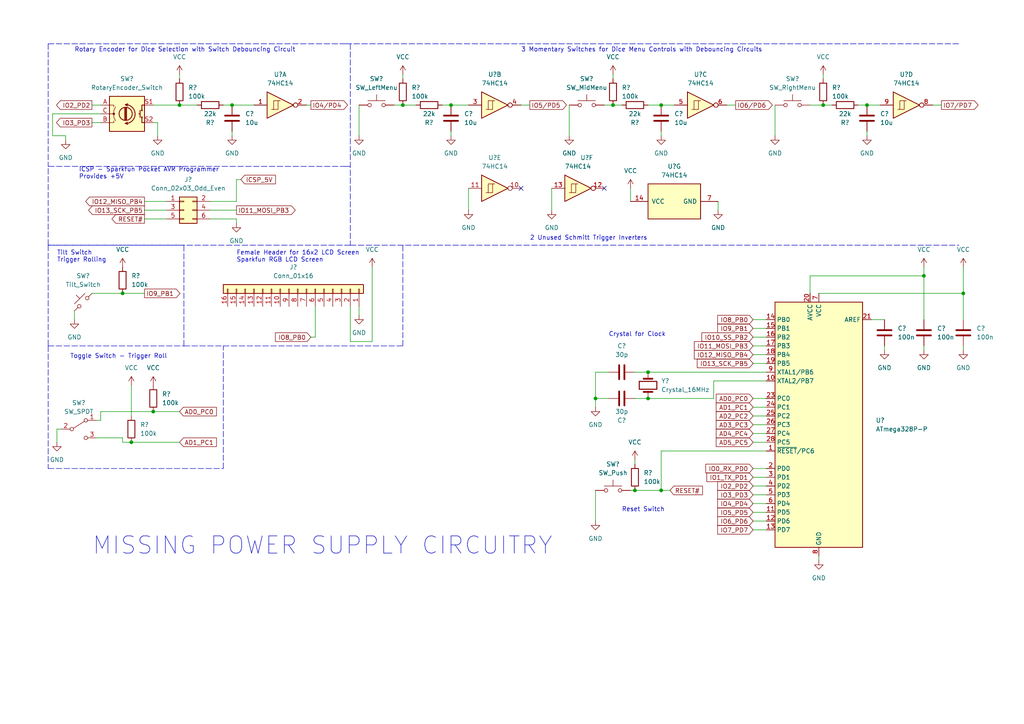
<source format=kicad_sch>
(kicad_sch (version 20210621) (generator eeschema)

  (uuid ed24ca8a-7d61-4888-8e02-81187b2807d8)

  (paper "A4")

  (title_block
    (title "Team 2 - Dice Roller")
    (date "2021-10-27")
    (rev "0")
    (comment 1 "Braden Harwood, Stepehen Short")
    (comment 2 "Drew Seidel, Michael Weston")
    (comment 3 "*Additional Power Supply Circuit on Separate Sheet.")
  )

  (lib_symbols
    (symbol "74xx:74HC14" (pin_names (offset 1.016)) (in_bom yes) (on_board yes)
      (property "Reference" "U" (id 0) (at 0 1.27 0)
        (effects (font (size 1.27 1.27)))
      )
      (property "Value" "74HC14" (id 1) (at 0 -1.27 0)
        (effects (font (size 1.27 1.27)))
      )
      (property "Footprint" "" (id 2) (at 0 0 0)
        (effects (font (size 1.27 1.27)) hide)
      )
      (property "Datasheet" "http://www.ti.com/lit/gpn/sn74HC14" (id 3) (at 0 0 0)
        (effects (font (size 1.27 1.27)) hide)
      )
      (property "ki_locked" "" (id 4) (at 0 0 0)
        (effects (font (size 1.27 1.27)))
      )
      (property "ki_keywords" "HCMOS not inverter" (id 5) (at 0 0 0)
        (effects (font (size 1.27 1.27)) hide)
      )
      (property "ki_description" "Hex inverter schmitt trigger" (id 6) (at 0 0 0)
        (effects (font (size 1.27 1.27)) hide)
      )
      (property "ki_fp_filters" "DIP*W7.62mm*" (id 7) (at 0 0 0)
        (effects (font (size 1.27 1.27)) hide)
      )
      (symbol "74HC14_1_0"
        (polyline
          (pts
            (xy -3.81 3.81)
            (xy -3.81 -3.81)
            (xy 3.81 0)
            (xy -3.81 3.81)
          )
          (stroke (width 0.254) (type default) (color 0 0 0 0))
          (fill (type background))
        )
        (pin input line (at -7.62 0 0) (length 3.81)
          (name "~" (effects (font (size 1.27 1.27))))
          (number "1" (effects (font (size 1.27 1.27))))
        )
        (pin output inverted (at 7.62 0 180) (length 3.81)
          (name "~" (effects (font (size 1.27 1.27))))
          (number "2" (effects (font (size 1.27 1.27))))
        )
      )
      (symbol "74HC14_1_1"
        (polyline
          (pts
            (xy -1.905 -1.27)
            (xy -1.905 1.27)
            (xy -0.635 1.27)
          )
          (stroke (width 0) (type default) (color 0 0 0 0))
          (fill (type none))
        )
        (polyline
          (pts
            (xy -2.54 -1.27)
            (xy -0.635 -1.27)
            (xy -0.635 1.27)
            (xy 0 1.27)
          )
          (stroke (width 0) (type default) (color 0 0 0 0))
          (fill (type none))
        )
      )
      (symbol "74HC14_2_0"
        (polyline
          (pts
            (xy -3.81 3.81)
            (xy -3.81 -3.81)
            (xy 3.81 0)
            (xy -3.81 3.81)
          )
          (stroke (width 0.254) (type default) (color 0 0 0 0))
          (fill (type background))
        )
        (pin input line (at -7.62 0 0) (length 3.81)
          (name "~" (effects (font (size 1.27 1.27))))
          (number "3" (effects (font (size 1.27 1.27))))
        )
        (pin output inverted (at 7.62 0 180) (length 3.81)
          (name "~" (effects (font (size 1.27 1.27))))
          (number "4" (effects (font (size 1.27 1.27))))
        )
      )
      (symbol "74HC14_2_1"
        (polyline
          (pts
            (xy -1.905 -1.27)
            (xy -1.905 1.27)
            (xy -0.635 1.27)
          )
          (stroke (width 0) (type default) (color 0 0 0 0))
          (fill (type none))
        )
        (polyline
          (pts
            (xy -2.54 -1.27)
            (xy -0.635 -1.27)
            (xy -0.635 1.27)
            (xy 0 1.27)
          )
          (stroke (width 0) (type default) (color 0 0 0 0))
          (fill (type none))
        )
      )
      (symbol "74HC14_3_0"
        (polyline
          (pts
            (xy -3.81 3.81)
            (xy -3.81 -3.81)
            (xy 3.81 0)
            (xy -3.81 3.81)
          )
          (stroke (width 0.254) (type default) (color 0 0 0 0))
          (fill (type background))
        )
        (pin input line (at -7.62 0 0) (length 3.81)
          (name "~" (effects (font (size 1.27 1.27))))
          (number "5" (effects (font (size 1.27 1.27))))
        )
        (pin output inverted (at 7.62 0 180) (length 3.81)
          (name "~" (effects (font (size 1.27 1.27))))
          (number "6" (effects (font (size 1.27 1.27))))
        )
      )
      (symbol "74HC14_3_1"
        (polyline
          (pts
            (xy -1.905 -1.27)
            (xy -1.905 1.27)
            (xy -0.635 1.27)
          )
          (stroke (width 0) (type default) (color 0 0 0 0))
          (fill (type none))
        )
        (polyline
          (pts
            (xy -2.54 -1.27)
            (xy -0.635 -1.27)
            (xy -0.635 1.27)
            (xy 0 1.27)
          )
          (stroke (width 0) (type default) (color 0 0 0 0))
          (fill (type none))
        )
      )
      (symbol "74HC14_4_0"
        (polyline
          (pts
            (xy -3.81 3.81)
            (xy -3.81 -3.81)
            (xy 3.81 0)
            (xy -3.81 3.81)
          )
          (stroke (width 0.254) (type default) (color 0 0 0 0))
          (fill (type background))
        )
        (pin output inverted (at 7.62 0 180) (length 3.81)
          (name "~" (effects (font (size 1.27 1.27))))
          (number "8" (effects (font (size 1.27 1.27))))
        )
        (pin input line (at -7.62 0 0) (length 3.81)
          (name "~" (effects (font (size 1.27 1.27))))
          (number "9" (effects (font (size 1.27 1.27))))
        )
      )
      (symbol "74HC14_4_1"
        (polyline
          (pts
            (xy -1.905 -1.27)
            (xy -1.905 1.27)
            (xy -0.635 1.27)
          )
          (stroke (width 0) (type default) (color 0 0 0 0))
          (fill (type none))
        )
        (polyline
          (pts
            (xy -2.54 -1.27)
            (xy -0.635 -1.27)
            (xy -0.635 1.27)
            (xy 0 1.27)
          )
          (stroke (width 0) (type default) (color 0 0 0 0))
          (fill (type none))
        )
      )
      (symbol "74HC14_5_0"
        (polyline
          (pts
            (xy -3.81 3.81)
            (xy -3.81 -3.81)
            (xy 3.81 0)
            (xy -3.81 3.81)
          )
          (stroke (width 0.254) (type default) (color 0 0 0 0))
          (fill (type background))
        )
        (pin output inverted (at 7.62 0 180) (length 3.81)
          (name "~" (effects (font (size 1.27 1.27))))
          (number "10" (effects (font (size 1.27 1.27))))
        )
        (pin input line (at -7.62 0 0) (length 3.81)
          (name "~" (effects (font (size 1.27 1.27))))
          (number "11" (effects (font (size 1.27 1.27))))
        )
      )
      (symbol "74HC14_5_1"
        (polyline
          (pts
            (xy -1.905 -1.27)
            (xy -1.905 1.27)
            (xy -0.635 1.27)
          )
          (stroke (width 0) (type default) (color 0 0 0 0))
          (fill (type none))
        )
        (polyline
          (pts
            (xy -2.54 -1.27)
            (xy -0.635 -1.27)
            (xy -0.635 1.27)
            (xy 0 1.27)
          )
          (stroke (width 0) (type default) (color 0 0 0 0))
          (fill (type none))
        )
      )
      (symbol "74HC14_6_0"
        (polyline
          (pts
            (xy -3.81 3.81)
            (xy -3.81 -3.81)
            (xy 3.81 0)
            (xy -3.81 3.81)
          )
          (stroke (width 0.254) (type default) (color 0 0 0 0))
          (fill (type background))
        )
        (pin output inverted (at 7.62 0 180) (length 3.81)
          (name "~" (effects (font (size 1.27 1.27))))
          (number "12" (effects (font (size 1.27 1.27))))
        )
        (pin input line (at -7.62 0 0) (length 3.81)
          (name "~" (effects (font (size 1.27 1.27))))
          (number "13" (effects (font (size 1.27 1.27))))
        )
      )
      (symbol "74HC14_6_1"
        (polyline
          (pts
            (xy -1.905 -1.27)
            (xy -1.905 1.27)
            (xy -0.635 1.27)
          )
          (stroke (width 0) (type default) (color 0 0 0 0))
          (fill (type none))
        )
        (polyline
          (pts
            (xy -2.54 -1.27)
            (xy -0.635 -1.27)
            (xy -0.635 1.27)
            (xy 0 1.27)
          )
          (stroke (width 0) (type default) (color 0 0 0 0))
          (fill (type none))
        )
      )
      (symbol "74HC14_7_0"
        (pin power_in line (at 0 12.7 270) (length 5.08)
          (name "VCC" (effects (font (size 1.27 1.27))))
          (number "14" (effects (font (size 1.27 1.27))))
        )
        (pin power_in line (at 0 -12.7 90) (length 5.08)
          (name "GND" (effects (font (size 1.27 1.27))))
          (number "7" (effects (font (size 1.27 1.27))))
        )
      )
      (symbol "74HC14_7_1"
        (rectangle (start -5.08 7.62) (end 5.08 -7.62)
          (stroke (width 0.254) (type default) (color 0 0 0 0))
          (fill (type background))
        )
      )
    )
    (symbol "Connector_Generic:Conn_01x16" (pin_names (offset 1.016) hide) (in_bom yes) (on_board yes)
      (property "Reference" "J" (id 0) (at 0 20.32 0)
        (effects (font (size 1.27 1.27)))
      )
      (property "Value" "Conn_01x16" (id 1) (at 0 -22.86 0)
        (effects (font (size 1.27 1.27)))
      )
      (property "Footprint" "" (id 2) (at 0 0 0)
        (effects (font (size 1.27 1.27)) hide)
      )
      (property "Datasheet" "~" (id 3) (at 0 0 0)
        (effects (font (size 1.27 1.27)) hide)
      )
      (property "ki_keywords" "connector" (id 4) (at 0 0 0)
        (effects (font (size 1.27 1.27)) hide)
      )
      (property "ki_description" "Generic connector, single row, 01x16, script generated (kicad-library-utils/schlib/autogen/connector/)" (id 5) (at 0 0 0)
        (effects (font (size 1.27 1.27)) hide)
      )
      (property "ki_fp_filters" "Connector*:*_1x??_*" (id 6) (at 0 0 0)
        (effects (font (size 1.27 1.27)) hide)
      )
      (symbol "Conn_01x16_1_1"
        (rectangle (start -1.27 -20.193) (end 0 -20.447)
          (stroke (width 0.1524) (type default) (color 0 0 0 0))
          (fill (type none))
        )
        (rectangle (start -1.27 -17.653) (end 0 -17.907)
          (stroke (width 0.1524) (type default) (color 0 0 0 0))
          (fill (type none))
        )
        (rectangle (start -1.27 -15.113) (end 0 -15.367)
          (stroke (width 0.1524) (type default) (color 0 0 0 0))
          (fill (type none))
        )
        (rectangle (start -1.27 -12.573) (end 0 -12.827)
          (stroke (width 0.1524) (type default) (color 0 0 0 0))
          (fill (type none))
        )
        (rectangle (start -1.27 -10.033) (end 0 -10.287)
          (stroke (width 0.1524) (type default) (color 0 0 0 0))
          (fill (type none))
        )
        (rectangle (start -1.27 -7.493) (end 0 -7.747)
          (stroke (width 0.1524) (type default) (color 0 0 0 0))
          (fill (type none))
        )
        (rectangle (start -1.27 -4.953) (end 0 -5.207)
          (stroke (width 0.1524) (type default) (color 0 0 0 0))
          (fill (type none))
        )
        (rectangle (start -1.27 -2.413) (end 0 -2.667)
          (stroke (width 0.1524) (type default) (color 0 0 0 0))
          (fill (type none))
        )
        (rectangle (start -1.27 0.127) (end 0 -0.127)
          (stroke (width 0.1524) (type default) (color 0 0 0 0))
          (fill (type none))
        )
        (rectangle (start -1.27 2.667) (end 0 2.413)
          (stroke (width 0.1524) (type default) (color 0 0 0 0))
          (fill (type none))
        )
        (rectangle (start -1.27 5.207) (end 0 4.953)
          (stroke (width 0.1524) (type default) (color 0 0 0 0))
          (fill (type none))
        )
        (rectangle (start -1.27 7.747) (end 0 7.493)
          (stroke (width 0.1524) (type default) (color 0 0 0 0))
          (fill (type none))
        )
        (rectangle (start -1.27 10.287) (end 0 10.033)
          (stroke (width 0.1524) (type default) (color 0 0 0 0))
          (fill (type none))
        )
        (rectangle (start -1.27 12.827) (end 0 12.573)
          (stroke (width 0.1524) (type default) (color 0 0 0 0))
          (fill (type none))
        )
        (rectangle (start -1.27 15.367) (end 0 15.113)
          (stroke (width 0.1524) (type default) (color 0 0 0 0))
          (fill (type none))
        )
        (rectangle (start -1.27 17.907) (end 0 17.653)
          (stroke (width 0.1524) (type default) (color 0 0 0 0))
          (fill (type none))
        )
        (rectangle (start -1.27 19.05) (end 1.27 -21.59)
          (stroke (width 0.254) (type default) (color 0 0 0 0))
          (fill (type background))
        )
        (pin passive line (at -5.08 17.78 0) (length 3.81)
          (name "Pin_1" (effects (font (size 1.27 1.27))))
          (number "1" (effects (font (size 1.27 1.27))))
        )
        (pin passive line (at -5.08 -5.08 0) (length 3.81)
          (name "Pin_10" (effects (font (size 1.27 1.27))))
          (number "10" (effects (font (size 1.27 1.27))))
        )
        (pin passive line (at -5.08 -7.62 0) (length 3.81)
          (name "Pin_11" (effects (font (size 1.27 1.27))))
          (number "11" (effects (font (size 1.27 1.27))))
        )
        (pin passive line (at -5.08 -10.16 0) (length 3.81)
          (name "Pin_12" (effects (font (size 1.27 1.27))))
          (number "12" (effects (font (size 1.27 1.27))))
        )
        (pin passive line (at -5.08 -12.7 0) (length 3.81)
          (name "Pin_13" (effects (font (size 1.27 1.27))))
          (number "13" (effects (font (size 1.27 1.27))))
        )
        (pin passive line (at -5.08 -15.24 0) (length 3.81)
          (name "Pin_14" (effects (font (size 1.27 1.27))))
          (number "14" (effects (font (size 1.27 1.27))))
        )
        (pin passive line (at -5.08 -17.78 0) (length 3.81)
          (name "Pin_15" (effects (font (size 1.27 1.27))))
          (number "15" (effects (font (size 1.27 1.27))))
        )
        (pin passive line (at -5.08 -20.32 0) (length 3.81)
          (name "Pin_16" (effects (font (size 1.27 1.27))))
          (number "16" (effects (font (size 1.27 1.27))))
        )
        (pin passive line (at -5.08 15.24 0) (length 3.81)
          (name "Pin_2" (effects (font (size 1.27 1.27))))
          (number "2" (effects (font (size 1.27 1.27))))
        )
        (pin passive line (at -5.08 12.7 0) (length 3.81)
          (name "Pin_3" (effects (font (size 1.27 1.27))))
          (number "3" (effects (font (size 1.27 1.27))))
        )
        (pin passive line (at -5.08 10.16 0) (length 3.81)
          (name "Pin_4" (effects (font (size 1.27 1.27))))
          (number "4" (effects (font (size 1.27 1.27))))
        )
        (pin passive line (at -5.08 7.62 0) (length 3.81)
          (name "Pin_5" (effects (font (size 1.27 1.27))))
          (number "5" (effects (font (size 1.27 1.27))))
        )
        (pin passive line (at -5.08 5.08 0) (length 3.81)
          (name "Pin_6" (effects (font (size 1.27 1.27))))
          (number "6" (effects (font (size 1.27 1.27))))
        )
        (pin passive line (at -5.08 2.54 0) (length 3.81)
          (name "Pin_7" (effects (font (size 1.27 1.27))))
          (number "7" (effects (font (size 1.27 1.27))))
        )
        (pin passive line (at -5.08 0 0) (length 3.81)
          (name "Pin_8" (effects (font (size 1.27 1.27))))
          (number "8" (effects (font (size 1.27 1.27))))
        )
        (pin passive line (at -5.08 -2.54 0) (length 3.81)
          (name "Pin_9" (effects (font (size 1.27 1.27))))
          (number "9" (effects (font (size 1.27 1.27))))
        )
      )
    )
    (symbol "Connector_Generic:Conn_02x03_Odd_Even" (pin_names (offset 1.016) hide) (in_bom yes) (on_board yes)
      (property "Reference" "J" (id 0) (at 1.27 5.08 0)
        (effects (font (size 1.27 1.27)))
      )
      (property "Value" "Conn_02x03_Odd_Even" (id 1) (at 1.27 -5.08 0)
        (effects (font (size 1.27 1.27)))
      )
      (property "Footprint" "" (id 2) (at 0 0 0)
        (effects (font (size 1.27 1.27)) hide)
      )
      (property "Datasheet" "~" (id 3) (at 0 0 0)
        (effects (font (size 1.27 1.27)) hide)
      )
      (property "ki_keywords" "connector" (id 4) (at 0 0 0)
        (effects (font (size 1.27 1.27)) hide)
      )
      (property "ki_description" "Generic connector, double row, 02x03, odd/even pin numbering scheme (row 1 odd numbers, row 2 even numbers), script generated (kicad-library-utils/schlib/autogen/connector/)" (id 5) (at 0 0 0)
        (effects (font (size 1.27 1.27)) hide)
      )
      (property "ki_fp_filters" "Connector*:*_2x??_*" (id 6) (at 0 0 0)
        (effects (font (size 1.27 1.27)) hide)
      )
      (symbol "Conn_02x03_Odd_Even_1_1"
        (rectangle (start -1.27 -2.413) (end 0 -2.667)
          (stroke (width 0.1524) (type default) (color 0 0 0 0))
          (fill (type none))
        )
        (rectangle (start -1.27 0.127) (end 0 -0.127)
          (stroke (width 0.1524) (type default) (color 0 0 0 0))
          (fill (type none))
        )
        (rectangle (start -1.27 2.667) (end 0 2.413)
          (stroke (width 0.1524) (type default) (color 0 0 0 0))
          (fill (type none))
        )
        (rectangle (start -1.27 3.81) (end 3.81 -3.81)
          (stroke (width 0.254) (type default) (color 0 0 0 0))
          (fill (type background))
        )
        (rectangle (start 3.81 -2.413) (end 2.54 -2.667)
          (stroke (width 0.1524) (type default) (color 0 0 0 0))
          (fill (type none))
        )
        (rectangle (start 3.81 0.127) (end 2.54 -0.127)
          (stroke (width 0.1524) (type default) (color 0 0 0 0))
          (fill (type none))
        )
        (rectangle (start 3.81 2.667) (end 2.54 2.413)
          (stroke (width 0.1524) (type default) (color 0 0 0 0))
          (fill (type none))
        )
        (pin passive line (at -5.08 2.54 0) (length 3.81)
          (name "Pin_1" (effects (font (size 1.27 1.27))))
          (number "1" (effects (font (size 1.27 1.27))))
        )
        (pin passive line (at 7.62 2.54 180) (length 3.81)
          (name "Pin_2" (effects (font (size 1.27 1.27))))
          (number "2" (effects (font (size 1.27 1.27))))
        )
        (pin passive line (at -5.08 0 0) (length 3.81)
          (name "Pin_3" (effects (font (size 1.27 1.27))))
          (number "3" (effects (font (size 1.27 1.27))))
        )
        (pin passive line (at 7.62 0 180) (length 3.81)
          (name "Pin_4" (effects (font (size 1.27 1.27))))
          (number "4" (effects (font (size 1.27 1.27))))
        )
        (pin passive line (at -5.08 -2.54 0) (length 3.81)
          (name "Pin_5" (effects (font (size 1.27 1.27))))
          (number "5" (effects (font (size 1.27 1.27))))
        )
        (pin passive line (at 7.62 -2.54 180) (length 3.81)
          (name "Pin_6" (effects (font (size 1.27 1.27))))
          (number "6" (effects (font (size 1.27 1.27))))
        )
      )
    )
    (symbol "Device:C" (pin_numbers hide) (pin_names (offset 0.254)) (in_bom yes) (on_board yes)
      (property "Reference" "C" (id 0) (at 0.635 2.54 0)
        (effects (font (size 1.27 1.27)) (justify left))
      )
      (property "Value" "C" (id 1) (at 0.635 -2.54 0)
        (effects (font (size 1.27 1.27)) (justify left))
      )
      (property "Footprint" "" (id 2) (at 0.9652 -3.81 0)
        (effects (font (size 1.27 1.27)) hide)
      )
      (property "Datasheet" "~" (id 3) (at 0 0 0)
        (effects (font (size 1.27 1.27)) hide)
      )
      (property "ki_keywords" "cap capacitor" (id 4) (at 0 0 0)
        (effects (font (size 1.27 1.27)) hide)
      )
      (property "ki_description" "Unpolarized capacitor" (id 5) (at 0 0 0)
        (effects (font (size 1.27 1.27)) hide)
      )
      (property "ki_fp_filters" "C_*" (id 6) (at 0 0 0)
        (effects (font (size 1.27 1.27)) hide)
      )
      (symbol "C_0_1"
        (polyline
          (pts
            (xy -2.032 -0.762)
            (xy 2.032 -0.762)
          )
          (stroke (width 0.508) (type default) (color 0 0 0 0))
          (fill (type none))
        )
        (polyline
          (pts
            (xy -2.032 0.762)
            (xy 2.032 0.762)
          )
          (stroke (width 0.508) (type default) (color 0 0 0 0))
          (fill (type none))
        )
      )
      (symbol "C_1_1"
        (pin passive line (at 0 3.81 270) (length 2.794)
          (name "~" (effects (font (size 1.27 1.27))))
          (number "1" (effects (font (size 1.27 1.27))))
        )
        (pin passive line (at 0 -3.81 90) (length 2.794)
          (name "~" (effects (font (size 1.27 1.27))))
          (number "2" (effects (font (size 1.27 1.27))))
        )
      )
    )
    (symbol "Device:Crystal" (pin_numbers hide) (pin_names (offset 1.016) hide) (in_bom yes) (on_board yes)
      (property "Reference" "Y" (id 0) (at 0 3.81 0)
        (effects (font (size 1.27 1.27)))
      )
      (property "Value" "Crystal" (id 1) (at 0 -3.81 0)
        (effects (font (size 1.27 1.27)))
      )
      (property "Footprint" "" (id 2) (at 0 0 0)
        (effects (font (size 1.27 1.27)) hide)
      )
      (property "Datasheet" "~" (id 3) (at 0 0 0)
        (effects (font (size 1.27 1.27)) hide)
      )
      (property "ki_keywords" "quartz ceramic resonator oscillator" (id 4) (at 0 0 0)
        (effects (font (size 1.27 1.27)) hide)
      )
      (property "ki_description" "Two pin crystal" (id 5) (at 0 0 0)
        (effects (font (size 1.27 1.27)) hide)
      )
      (property "ki_fp_filters" "Crystal*" (id 6) (at 0 0 0)
        (effects (font (size 1.27 1.27)) hide)
      )
      (symbol "Crystal_0_1"
        (rectangle (start -1.143 2.54) (end 1.143 -2.54)
          (stroke (width 0.3048) (type default) (color 0 0 0 0))
          (fill (type none))
        )
        (polyline
          (pts
            (xy -2.54 0)
            (xy -1.905 0)
          )
          (stroke (width 0) (type default) (color 0 0 0 0))
          (fill (type none))
        )
        (polyline
          (pts
            (xy -1.905 -1.27)
            (xy -1.905 1.27)
          )
          (stroke (width 0.508) (type default) (color 0 0 0 0))
          (fill (type none))
        )
        (polyline
          (pts
            (xy 1.905 -1.27)
            (xy 1.905 1.27)
          )
          (stroke (width 0.508) (type default) (color 0 0 0 0))
          (fill (type none))
        )
        (polyline
          (pts
            (xy 2.54 0)
            (xy 1.905 0)
          )
          (stroke (width 0) (type default) (color 0 0 0 0))
          (fill (type none))
        )
      )
      (symbol "Crystal_1_1"
        (pin passive line (at -3.81 0 0) (length 1.27)
          (name "1" (effects (font (size 1.27 1.27))))
          (number "1" (effects (font (size 1.27 1.27))))
        )
        (pin passive line (at 3.81 0 180) (length 1.27)
          (name "2" (effects (font (size 1.27 1.27))))
          (number "2" (effects (font (size 1.27 1.27))))
        )
      )
    )
    (symbol "Device:R" (pin_numbers hide) (pin_names (offset 0)) (in_bom yes) (on_board yes)
      (property "Reference" "R" (id 0) (at 2.032 0 90)
        (effects (font (size 1.27 1.27)))
      )
      (property "Value" "R" (id 1) (at 0 0 90)
        (effects (font (size 1.27 1.27)))
      )
      (property "Footprint" "" (id 2) (at -1.778 0 90)
        (effects (font (size 1.27 1.27)) hide)
      )
      (property "Datasheet" "~" (id 3) (at 0 0 0)
        (effects (font (size 1.27 1.27)) hide)
      )
      (property "ki_keywords" "R res resistor" (id 4) (at 0 0 0)
        (effects (font (size 1.27 1.27)) hide)
      )
      (property "ki_description" "Resistor" (id 5) (at 0 0 0)
        (effects (font (size 1.27 1.27)) hide)
      )
      (property "ki_fp_filters" "R_*" (id 6) (at 0 0 0)
        (effects (font (size 1.27 1.27)) hide)
      )
      (symbol "R_0_1"
        (rectangle (start -1.016 -2.54) (end 1.016 2.54)
          (stroke (width 0.254) (type default) (color 0 0 0 0))
          (fill (type none))
        )
      )
      (symbol "R_1_1"
        (pin passive line (at 0 3.81 270) (length 1.27)
          (name "~" (effects (font (size 1.27 1.27))))
          (number "1" (effects (font (size 1.27 1.27))))
        )
        (pin passive line (at 0 -3.81 90) (length 1.27)
          (name "~" (effects (font (size 1.27 1.27))))
          (number "2" (effects (font (size 1.27 1.27))))
        )
      )
    )
    (symbol "Device:RotaryEncoder_Switch" (pin_names (offset 0.254) hide) (in_bom yes) (on_board yes)
      (property "Reference" "SW" (id 0) (at 0 6.604 0)
        (effects (font (size 1.27 1.27)))
      )
      (property "Value" "RotaryEncoder_Switch" (id 1) (at 0 -6.604 0)
        (effects (font (size 1.27 1.27)))
      )
      (property "Footprint" "" (id 2) (at -3.81 4.064 0)
        (effects (font (size 1.27 1.27)) hide)
      )
      (property "Datasheet" "~" (id 3) (at 0 6.604 0)
        (effects (font (size 1.27 1.27)) hide)
      )
      (property "ki_keywords" "rotary switch encoder switch push button" (id 4) (at 0 0 0)
        (effects (font (size 1.27 1.27)) hide)
      )
      (property "ki_description" "Rotary encoder, dual channel, incremental quadrate outputs, with switch" (id 5) (at 0 0 0)
        (effects (font (size 1.27 1.27)) hide)
      )
      (property "ki_fp_filters" "RotaryEncoder*Switch*" (id 6) (at 0 0 0)
        (effects (font (size 1.27 1.27)) hide)
      )
      (symbol "RotaryEncoder_Switch_0_1"
        (rectangle (start -5.08 5.08) (end 5.08 -5.08)
          (stroke (width 0.254) (type default) (color 0 0 0 0))
          (fill (type background))
        )
        (circle (center -3.81 0) (radius 0.254) (stroke (width 0))           (stroke (width 0) (type default) (color 0 0 0 0))
          (fill (type outline))
        )
        (arc (start -0.381 -2.794) (mid 2.3622 -0.0635) (end -0.381 2.667)
          (stroke (width 0.254) (type default) (color 0 0 0 0))
          (fill (type none))
        )
        (circle (center -0.381 0) (radius 1.905) (stroke (width 0.254))           (stroke (width 0.254) (type default) (color 0 0 0 0))
          (fill (type none))
        )
        (polyline
          (pts
            (xy -0.635 -1.778)
            (xy -0.635 1.778)
          )
          (stroke (width 0.254) (type default) (color 0 0 0 0))
          (fill (type none))
        )
        (polyline
          (pts
            (xy -0.381 -1.778)
            (xy -0.381 1.778)
          )
          (stroke (width 0.254) (type default) (color 0 0 0 0))
          (fill (type none))
        )
        (polyline
          (pts
            (xy -0.127 1.778)
            (xy -0.127 -1.778)
          )
          (stroke (width 0.254) (type default) (color 0 0 0 0))
          (fill (type none))
        )
        (polyline
          (pts
            (xy 3.81 0)
            (xy 3.429 0)
          )
          (stroke (width 0.254) (type default) (color 0 0 0 0))
          (fill (type none))
        )
        (polyline
          (pts
            (xy 3.81 1.016)
            (xy 3.81 -1.016)
          )
          (stroke (width 0.254) (type default) (color 0 0 0 0))
          (fill (type none))
        )
        (polyline
          (pts
            (xy -5.08 -2.54)
            (xy -3.81 -2.54)
            (xy -3.81 -2.032)
          )
          (stroke (width 0) (type default) (color 0 0 0 0))
          (fill (type none))
        )
        (polyline
          (pts
            (xy -5.08 2.54)
            (xy -3.81 2.54)
            (xy -3.81 2.032)
          )
          (stroke (width 0) (type default) (color 0 0 0 0))
          (fill (type none))
        )
        (polyline
          (pts
            (xy 0.254 -3.048)
            (xy -0.508 -2.794)
            (xy 0.127 -2.413)
          )
          (stroke (width 0.254) (type default) (color 0 0 0 0))
          (fill (type none))
        )
        (polyline
          (pts
            (xy 0.254 2.921)
            (xy -0.508 2.667)
            (xy 0.127 2.286)
          )
          (stroke (width 0.254) (type default) (color 0 0 0 0))
          (fill (type none))
        )
        (polyline
          (pts
            (xy 5.08 -2.54)
            (xy 4.318 -2.54)
            (xy 4.318 -1.016)
          )
          (stroke (width 0.254) (type default) (color 0 0 0 0))
          (fill (type none))
        )
        (polyline
          (pts
            (xy 5.08 2.54)
            (xy 4.318 2.54)
            (xy 4.318 1.016)
          )
          (stroke (width 0.254) (type default) (color 0 0 0 0))
          (fill (type none))
        )
        (polyline
          (pts
            (xy -5.08 0)
            (xy -3.81 0)
            (xy -3.81 -1.016)
            (xy -3.302 -2.032)
          )
          (stroke (width 0) (type default) (color 0 0 0 0))
          (fill (type none))
        )
        (polyline
          (pts
            (xy -4.318 0)
            (xy -3.81 0)
            (xy -3.81 1.016)
            (xy -3.302 2.032)
          )
          (stroke (width 0) (type default) (color 0 0 0 0))
          (fill (type none))
        )
        (circle (center 4.318 -1.016) (radius 0.127) (stroke (width 0.254))           (stroke (width 0.254) (type default) (color 0 0 0 0))
          (fill (type none))
        )
        (circle (center 4.318 1.016) (radius 0.127) (stroke (width 0.254))           (stroke (width 0.254) (type default) (color 0 0 0 0))
          (fill (type none))
        )
      )
      (symbol "RotaryEncoder_Switch_1_1"
        (pin passive line (at -7.62 2.54 0) (length 2.54)
          (name "A" (effects (font (size 1.27 1.27))))
          (number "A" (effects (font (size 1.27 1.27))))
        )
        (pin passive line (at -7.62 -2.54 0) (length 2.54)
          (name "B" (effects (font (size 1.27 1.27))))
          (number "B" (effects (font (size 1.27 1.27))))
        )
        (pin passive line (at -7.62 0 0) (length 2.54)
          (name "C" (effects (font (size 1.27 1.27))))
          (number "C" (effects (font (size 1.27 1.27))))
        )
        (pin passive line (at 7.62 2.54 180) (length 2.54)
          (name "S1" (effects (font (size 1.27 1.27))))
          (number "S1" (effects (font (size 1.27 1.27))))
        )
        (pin passive line (at 7.62 -2.54 180) (length 2.54)
          (name "S2" (effects (font (size 1.27 1.27))))
          (number "S2" (effects (font (size 1.27 1.27))))
        )
      )
    )
    (symbol "MCU_Microchip_ATmega:ATmega328P-P" (in_bom yes) (on_board yes)
      (property "Reference" "U" (id 0) (at -12.7 36.83 0)
        (effects (font (size 1.27 1.27)) (justify left bottom))
      )
      (property "Value" "ATmega328P-P" (id 1) (at 2.54 -36.83 0)
        (effects (font (size 1.27 1.27)) (justify left top))
      )
      (property "Footprint" "Package_DIP:DIP-28_W7.62mm" (id 2) (at 0 0 0)
        (effects (font (size 1.27 1.27) italic) hide)
      )
      (property "Datasheet" "http://ww1.microchip.com/downloads/en/DeviceDoc/ATmega328_P%20AVR%20MCU%20with%20picoPower%20Technology%20Data%20Sheet%2040001984A.pdf" (id 3) (at 0 0 0)
        (effects (font (size 1.27 1.27)) hide)
      )
      (property "ki_keywords" "AVR 8bit Microcontroller MegaAVR PicoPower" (id 4) (at 0 0 0)
        (effects (font (size 1.27 1.27)) hide)
      )
      (property "ki_description" "20MHz, 32kB Flash, 2kB SRAM, 1kB EEPROM, DIP-28" (id 5) (at 0 0 0)
        (effects (font (size 1.27 1.27)) hide)
      )
      (property "ki_fp_filters" "DIP*W7.62mm*" (id 6) (at 0 0 0)
        (effects (font (size 1.27 1.27)) hide)
      )
      (symbol "ATmega328P-P_0_1"
        (rectangle (start -12.7 -35.56) (end 12.7 35.56)
          (stroke (width 0.254) (type default) (color 0 0 0 0))
          (fill (type background))
        )
      )
      (symbol "ATmega328P-P_1_1"
        (pin bidirectional line (at 15.24 -7.62 180) (length 2.54)
          (name "~{RESET}/PC6" (effects (font (size 1.27 1.27))))
          (number "1" (effects (font (size 1.27 1.27))))
        )
        (pin bidirectional line (at 15.24 12.7 180) (length 2.54)
          (name "XTAL2/PB7" (effects (font (size 1.27 1.27))))
          (number "10" (effects (font (size 1.27 1.27))))
        )
        (pin bidirectional line (at 15.24 -25.4 180) (length 2.54)
          (name "PD5" (effects (font (size 1.27 1.27))))
          (number "11" (effects (font (size 1.27 1.27))))
        )
        (pin bidirectional line (at 15.24 -27.94 180) (length 2.54)
          (name "PD6" (effects (font (size 1.27 1.27))))
          (number "12" (effects (font (size 1.27 1.27))))
        )
        (pin bidirectional line (at 15.24 -30.48 180) (length 2.54)
          (name "PD7" (effects (font (size 1.27 1.27))))
          (number "13" (effects (font (size 1.27 1.27))))
        )
        (pin bidirectional line (at 15.24 30.48 180) (length 2.54)
          (name "PB0" (effects (font (size 1.27 1.27))))
          (number "14" (effects (font (size 1.27 1.27))))
        )
        (pin bidirectional line (at 15.24 27.94 180) (length 2.54)
          (name "PB1" (effects (font (size 1.27 1.27))))
          (number "15" (effects (font (size 1.27 1.27))))
        )
        (pin bidirectional line (at 15.24 25.4 180) (length 2.54)
          (name "PB2" (effects (font (size 1.27 1.27))))
          (number "16" (effects (font (size 1.27 1.27))))
        )
        (pin bidirectional line (at 15.24 22.86 180) (length 2.54)
          (name "PB3" (effects (font (size 1.27 1.27))))
          (number "17" (effects (font (size 1.27 1.27))))
        )
        (pin bidirectional line (at 15.24 20.32 180) (length 2.54)
          (name "PB4" (effects (font (size 1.27 1.27))))
          (number "18" (effects (font (size 1.27 1.27))))
        )
        (pin bidirectional line (at 15.24 17.78 180) (length 2.54)
          (name "PB5" (effects (font (size 1.27 1.27))))
          (number "19" (effects (font (size 1.27 1.27))))
        )
        (pin bidirectional line (at 15.24 -12.7 180) (length 2.54)
          (name "PD0" (effects (font (size 1.27 1.27))))
          (number "2" (effects (font (size 1.27 1.27))))
        )
        (pin power_in line (at 2.54 38.1 270) (length 2.54)
          (name "AVCC" (effects (font (size 1.27 1.27))))
          (number "20" (effects (font (size 1.27 1.27))))
        )
        (pin passive line (at -15.24 30.48 0) (length 2.54)
          (name "AREF" (effects (font (size 1.27 1.27))))
          (number "21" (effects (font (size 1.27 1.27))))
        )
        (pin passive line (at 0 -38.1 90) (length 2.54) hide
          (name "GND" (effects (font (size 1.27 1.27))))
          (number "22" (effects (font (size 1.27 1.27))))
        )
        (pin bidirectional line (at 15.24 7.62 180) (length 2.54)
          (name "PC0" (effects (font (size 1.27 1.27))))
          (number "23" (effects (font (size 1.27 1.27))))
        )
        (pin bidirectional line (at 15.24 5.08 180) (length 2.54)
          (name "PC1" (effects (font (size 1.27 1.27))))
          (number "24" (effects (font (size 1.27 1.27))))
        )
        (pin bidirectional line (at 15.24 2.54 180) (length 2.54)
          (name "PC2" (effects (font (size 1.27 1.27))))
          (number "25" (effects (font (size 1.27 1.27))))
        )
        (pin bidirectional line (at 15.24 0 180) (length 2.54)
          (name "PC3" (effects (font (size 1.27 1.27))))
          (number "26" (effects (font (size 1.27 1.27))))
        )
        (pin bidirectional line (at 15.24 -2.54 180) (length 2.54)
          (name "PC4" (effects (font (size 1.27 1.27))))
          (number "27" (effects (font (size 1.27 1.27))))
        )
        (pin bidirectional line (at 15.24 -5.08 180) (length 2.54)
          (name "PC5" (effects (font (size 1.27 1.27))))
          (number "28" (effects (font (size 1.27 1.27))))
        )
        (pin bidirectional line (at 15.24 -15.24 180) (length 2.54)
          (name "PD1" (effects (font (size 1.27 1.27))))
          (number "3" (effects (font (size 1.27 1.27))))
        )
        (pin bidirectional line (at 15.24 -17.78 180) (length 2.54)
          (name "PD2" (effects (font (size 1.27 1.27))))
          (number "4" (effects (font (size 1.27 1.27))))
        )
        (pin bidirectional line (at 15.24 -20.32 180) (length 2.54)
          (name "PD3" (effects (font (size 1.27 1.27))))
          (number "5" (effects (font (size 1.27 1.27))))
        )
        (pin bidirectional line (at 15.24 -22.86 180) (length 2.54)
          (name "PD4" (effects (font (size 1.27 1.27))))
          (number "6" (effects (font (size 1.27 1.27))))
        )
        (pin power_in line (at 0 38.1 270) (length 2.54)
          (name "VCC" (effects (font (size 1.27 1.27))))
          (number "7" (effects (font (size 1.27 1.27))))
        )
        (pin power_in line (at 0 -38.1 90) (length 2.54)
          (name "GND" (effects (font (size 1.27 1.27))))
          (number "8" (effects (font (size 1.27 1.27))))
        )
        (pin bidirectional line (at 15.24 15.24 180) (length 2.54)
          (name "XTAL1/PB6" (effects (font (size 1.27 1.27))))
          (number "9" (effects (font (size 1.27 1.27))))
        )
      )
    )
    (symbol "Switch:SW_Push" (pin_numbers hide) (pin_names (offset 1.016) hide) (in_bom yes) (on_board yes)
      (property "Reference" "SW" (id 0) (at 1.27 2.54 0)
        (effects (font (size 1.27 1.27)) (justify left))
      )
      (property "Value" "SW_Push" (id 1) (at 0 -1.524 0)
        (effects (font (size 1.27 1.27)))
      )
      (property "Footprint" "" (id 2) (at 0 5.08 0)
        (effects (font (size 1.27 1.27)) hide)
      )
      (property "Datasheet" "~" (id 3) (at 0 5.08 0)
        (effects (font (size 1.27 1.27)) hide)
      )
      (property "ki_keywords" "switch normally-open pushbutton push-button" (id 4) (at 0 0 0)
        (effects (font (size 1.27 1.27)) hide)
      )
      (property "ki_description" "Push button switch, generic, two pins" (id 5) (at 0 0 0)
        (effects (font (size 1.27 1.27)) hide)
      )
      (symbol "SW_Push_0_1"
        (circle (center -2.032 0) (radius 0.508) (stroke (width 0))           (stroke (width 0) (type default) (color 0 0 0 0))
          (fill (type none))
        )
        (polyline
          (pts
            (xy 0 1.27)
            (xy 0 3.048)
          )
          (stroke (width 0) (type default) (color 0 0 0 0))
          (fill (type none))
        )
        (polyline
          (pts
            (xy 2.54 1.27)
            (xy -2.54 1.27)
          )
          (stroke (width 0) (type default) (color 0 0 0 0))
          (fill (type none))
        )
        (circle (center 2.032 0) (radius 0.508) (stroke (width 0))           (stroke (width 0) (type default) (color 0 0 0 0))
          (fill (type none))
        )
        (pin passive line (at -5.08 0 0) (length 2.54)
          (name "1" (effects (font (size 1.27 1.27))))
          (number "1" (effects (font (size 1.27 1.27))))
        )
        (pin passive line (at 5.08 0 180) (length 2.54)
          (name "2" (effects (font (size 1.27 1.27))))
          (number "2" (effects (font (size 1.27 1.27))))
        )
      )
    )
    (symbol "Switch:SW_Push_45deg" (pin_numbers hide) (pin_names (offset 1.016) hide) (in_bom yes) (on_board yes)
      (property "Reference" "SW" (id 0) (at 3.048 1.016 0)
        (effects (font (size 1.27 1.27)) (justify left))
      )
      (property "Value" "SW_Push_45deg" (id 1) (at 0 -3.81 0)
        (effects (font (size 1.27 1.27)))
      )
      (property "Footprint" "" (id 2) (at 0 0 0)
        (effects (font (size 1.27 1.27)) hide)
      )
      (property "Datasheet" "~" (id 3) (at 0 0 0)
        (effects (font (size 1.27 1.27)) hide)
      )
      (property "ki_keywords" "switch normally-open pushbutton push-button" (id 4) (at 0 0 0)
        (effects (font (size 1.27 1.27)) hide)
      )
      (property "ki_description" "Push button switch, normally open, two pins, 45° tilted" (id 5) (at 0 0 0)
        (effects (font (size 1.27 1.27)) hide)
      )
      (symbol "SW_Push_45deg_0_1"
        (circle (center -1.1684 1.1684) (radius 0.508) (stroke (width 0))           (stroke (width 0) (type default) (color 0 0 0 0))
          (fill (type none))
        )
        (polyline
          (pts
            (xy -0.508 2.54)
            (xy 2.54 -0.508)
          )
          (stroke (width 0) (type default) (color 0 0 0 0))
          (fill (type none))
        )
        (polyline
          (pts
            (xy 1.016 1.016)
            (xy 2.032 2.032)
          )
          (stroke (width 0) (type default) (color 0 0 0 0))
          (fill (type none))
        )
        (polyline
          (pts
            (xy -2.54 2.54)
            (xy -1.524 1.524)
            (xy -1.524 1.524)
          )
          (stroke (width 0) (type default) (color 0 0 0 0))
          (fill (type none))
        )
        (polyline
          (pts
            (xy 1.524 -1.524)
            (xy 2.54 -2.54)
            (xy 2.54 -2.54)
            (xy 2.54 -2.54)
          )
          (stroke (width 0) (type default) (color 0 0 0 0))
          (fill (type none))
        )
        (circle (center 1.143 -1.1938) (radius 0.508) (stroke (width 0))           (stroke (width 0) (type default) (color 0 0 0 0))
          (fill (type none))
        )
        (pin passive line (at -2.54 2.54 0) (length 0)
          (name "1" (effects (font (size 1.27 1.27))))
          (number "1" (effects (font (size 1.27 1.27))))
        )
        (pin passive line (at 2.54 -2.54 180) (length 0)
          (name "2" (effects (font (size 1.27 1.27))))
          (number "2" (effects (font (size 1.27 1.27))))
        )
      )
    )
    (symbol "Switch:SW_SPDT" (pin_names (offset 0) hide) (in_bom yes) (on_board yes)
      (property "Reference" "SW" (id 0) (at 0 4.318 0)
        (effects (font (size 1.27 1.27)))
      )
      (property "Value" "SW_SPDT" (id 1) (at 0 -5.08 0)
        (effects (font (size 1.27 1.27)))
      )
      (property "Footprint" "" (id 2) (at 0 0 0)
        (effects (font (size 1.27 1.27)) hide)
      )
      (property "Datasheet" "~" (id 3) (at 0 0 0)
        (effects (font (size 1.27 1.27)) hide)
      )
      (property "ki_keywords" "switch single-pole double-throw spdt ON-ON" (id 4) (at 0 0 0)
        (effects (font (size 1.27 1.27)) hide)
      )
      (property "ki_description" "Switch, single pole double throw" (id 5) (at 0 0 0)
        (effects (font (size 1.27 1.27)) hide)
      )
      (symbol "SW_SPDT_0_0"
        (circle (center -2.032 0) (radius 0.508) (stroke (width 0))           (stroke (width 0) (type default) (color 0 0 0 0))
          (fill (type none))
        )
        (circle (center 2.032 -2.54) (radius 0.508) (stroke (width 0))           (stroke (width 0) (type default) (color 0 0 0 0))
          (fill (type none))
        )
      )
      (symbol "SW_SPDT_0_1"
        (polyline
          (pts
            (xy -1.524 0.254)
            (xy 1.651 2.286)
          )
          (stroke (width 0) (type default) (color 0 0 0 0))
          (fill (type none))
        )
        (circle (center 2.032 2.54) (radius 0.508) (stroke (width 0))           (stroke (width 0) (type default) (color 0 0 0 0))
          (fill (type none))
        )
      )
      (symbol "SW_SPDT_1_1"
        (pin passive line (at 5.08 2.54 180) (length 2.54)
          (name "A" (effects (font (size 1.27 1.27))))
          (number "1" (effects (font (size 1.27 1.27))))
        )
        (pin passive line (at -5.08 0 0) (length 2.54)
          (name "B" (effects (font (size 1.27 1.27))))
          (number "2" (effects (font (size 1.27 1.27))))
        )
        (pin passive line (at 5.08 -2.54 180) (length 2.54)
          (name "C" (effects (font (size 1.27 1.27))))
          (number "3" (effects (font (size 1.27 1.27))))
        )
      )
    )
    (symbol "power:GND" (power) (pin_names (offset 0)) (in_bom yes) (on_board yes)
      (property "Reference" "#PWR" (id 0) (at 0 -6.35 0)
        (effects (font (size 1.27 1.27)) hide)
      )
      (property "Value" "GND" (id 1) (at 0 -3.81 0)
        (effects (font (size 1.27 1.27)))
      )
      (property "Footprint" "" (id 2) (at 0 0 0)
        (effects (font (size 1.27 1.27)) hide)
      )
      (property "Datasheet" "" (id 3) (at 0 0 0)
        (effects (font (size 1.27 1.27)) hide)
      )
      (property "ki_keywords" "power-flag" (id 4) (at 0 0 0)
        (effects (font (size 1.27 1.27)) hide)
      )
      (property "ki_description" "Power symbol creates a global label with name \"GND\" , ground" (id 5) (at 0 0 0)
        (effects (font (size 1.27 1.27)) hide)
      )
      (symbol "GND_0_1"
        (polyline
          (pts
            (xy 0 0)
            (xy 0 -1.27)
            (xy 1.27 -1.27)
            (xy 0 -2.54)
            (xy -1.27 -1.27)
            (xy 0 -1.27)
          )
          (stroke (width 0) (type default) (color 0 0 0 0))
          (fill (type none))
        )
      )
      (symbol "GND_1_1"
        (pin power_in line (at 0 0 270) (length 0) hide
          (name "GND" (effects (font (size 1.27 1.27))))
          (number "1" (effects (font (size 1.27 1.27))))
        )
      )
    )
    (symbol "power:VCC" (power) (pin_names (offset 0)) (in_bom yes) (on_board yes)
      (property "Reference" "#PWR" (id 0) (at 0 -3.81 0)
        (effects (font (size 1.27 1.27)) hide)
      )
      (property "Value" "VCC" (id 1) (at 0 3.81 0)
        (effects (font (size 1.27 1.27)))
      )
      (property "Footprint" "" (id 2) (at 0 0 0)
        (effects (font (size 1.27 1.27)) hide)
      )
      (property "Datasheet" "" (id 3) (at 0 0 0)
        (effects (font (size 1.27 1.27)) hide)
      )
      (property "ki_keywords" "power-flag" (id 4) (at 0 0 0)
        (effects (font (size 1.27 1.27)) hide)
      )
      (property "ki_description" "Power symbol creates a global label with name \"VCC\"" (id 5) (at 0 0 0)
        (effects (font (size 1.27 1.27)) hide)
      )
      (symbol "VCC_0_1"
        (polyline
          (pts
            (xy -0.762 1.27)
            (xy 0 2.54)
          )
          (stroke (width 0) (type default) (color 0 0 0 0))
          (fill (type none))
        )
        (polyline
          (pts
            (xy 0 0)
            (xy 0 2.54)
          )
          (stroke (width 0) (type default) (color 0 0 0 0))
          (fill (type none))
        )
        (polyline
          (pts
            (xy 0 2.54)
            (xy 0.762 1.27)
          )
          (stroke (width 0) (type default) (color 0 0 0 0))
          (fill (type none))
        )
      )
      (symbol "VCC_1_1"
        (pin power_in line (at 0 0 90) (length 0) hide
          (name "VCC" (effects (font (size 1.27 1.27))))
          (number "1" (effects (font (size 1.27 1.27))))
        )
      )
    )
  )

  (junction (at 35.56 85.09) (diameter 0) (color 0 0 0 0))
  (junction (at 38.1 128.27) (diameter 0) (color 0 0 0 0))
  (junction (at 44.45 119.38) (diameter 0) (color 0 0 0 0))
  (junction (at 52.07 30.48) (diameter 0) (color 0 0 0 0))
  (junction (at 67.31 30.48) (diameter 0) (color 0 0 0 0))
  (junction (at 116.84 30.48) (diameter 0) (color 0 0 0 0))
  (junction (at 130.81 30.48) (diameter 0) (color 0 0 0 0))
  (junction (at 172.72 115.57) (diameter 0) (color 0 0 0 0))
  (junction (at 177.8 30.48) (diameter 0) (color 0 0 0 0))
  (junction (at 184.15 142.24) (diameter 0) (color 0 0 0 0))
  (junction (at 187.96 107.95) (diameter 0) (color 0 0 0 0))
  (junction (at 187.96 115.57) (diameter 0) (color 0 0 0 0))
  (junction (at 191.77 30.48) (diameter 0) (color 0 0 0 0))
  (junction (at 191.77 142.24) (diameter 0) (color 0 0 0 0))
  (junction (at 238.76 30.48) (diameter 0) (color 0 0 0 0))
  (junction (at 251.46 30.48) (diameter 0) (color 0 0 0 0))
  (junction (at 267.97 80.01) (diameter 0) (color 0 0 0 0))
  (junction (at 279.4 85.09) (diameter 0) (color 0 0 0 0))

  (no_connect (at 151.13 54.61) (uuid 6646ef97-037f-4847-90fc-fd6b99931534))
  (no_connect (at 175.26 54.61) (uuid 6646ef97-037f-4847-90fc-fd6b99931534))

  (wire (pts (xy 15.24 33.02) (xy 29.21 33.02))
    (stroke (width 0) (type default) (color 0 0 0 0))
    (uuid 606a1e74-bb86-436e-96c7-aa90acf6655d)
  )
  (wire (pts (xy 15.24 39.37) (xy 15.24 33.02))
    (stroke (width 0) (type default) (color 0 0 0 0))
    (uuid 606a1e74-bb86-436e-96c7-aa90acf6655d)
  )
  (wire (pts (xy 15.24 39.37) (xy 19.05 39.37))
    (stroke (width 0) (type default) (color 0 0 0 0))
    (uuid d6db3372-fd30-44c3-8f11-a787992d5905)
  )
  (wire (pts (xy 16.51 124.46) (xy 17.78 124.46))
    (stroke (width 0) (type default) (color 0 0 0 0))
    (uuid ddfb77e3-e645-4d4d-9288-d44a09ddbaa0)
  )
  (wire (pts (xy 16.51 128.27) (xy 16.51 124.46))
    (stroke (width 0) (type default) (color 0 0 0 0))
    (uuid ddfb77e3-e645-4d4d-9288-d44a09ddbaa0)
  )
  (wire (pts (xy 19.05 39.37) (xy 19.05 40.64))
    (stroke (width 0) (type default) (color 0 0 0 0))
    (uuid d6db3372-fd30-44c3-8f11-a787992d5905)
  )
  (wire (pts (xy 21.59 90.17) (xy 21.59 92.71))
    (stroke (width 0) (type default) (color 0 0 0 0))
    (uuid f0341dbc-6084-47df-8595-d7bf7ba12ac7)
  )
  (wire (pts (xy 26.67 30.48) (xy 29.21 30.48))
    (stroke (width 0) (type default) (color 0 0 0 0))
    (uuid 7f2a6023-cf23-461a-8b6b-f7c024c4b891)
  )
  (wire (pts (xy 26.67 35.56) (xy 29.21 35.56))
    (stroke (width 0) (type default) (color 0 0 0 0))
    (uuid dbd13a28-e3a9-4e0d-8607-906b53635719)
  )
  (wire (pts (xy 26.67 85.09) (xy 35.56 85.09))
    (stroke (width 0) (type default) (color 0 0 0 0))
    (uuid 3e4e1a57-64aa-4d37-a225-57d44aaf0eb5)
  )
  (wire (pts (xy 27.94 127) (xy 35.56 127))
    (stroke (width 0) (type default) (color 0 0 0 0))
    (uuid 4c36fde4-c4a7-432e-9fe8-d4be3314f074)
  )
  (wire (pts (xy 29.21 119.38) (xy 29.21 121.92))
    (stroke (width 0) (type default) (color 0 0 0 0))
    (uuid fcaa6d20-9ccd-4abe-a78f-792f8040caf7)
  )
  (wire (pts (xy 29.21 119.38) (xy 44.45 119.38))
    (stroke (width 0) (type default) (color 0 0 0 0))
    (uuid 6c7f4c64-eeee-4424-971c-c75bff25e24b)
  )
  (wire (pts (xy 29.21 121.92) (xy 27.94 121.92))
    (stroke (width 0) (type default) (color 0 0 0 0))
    (uuid fcaa6d20-9ccd-4abe-a78f-792f8040caf7)
  )
  (wire (pts (xy 35.56 85.09) (xy 41.91 85.09))
    (stroke (width 0) (type default) (color 0 0 0 0))
    (uuid dce20b31-d1da-454f-b428-424f544aa605)
  )
  (wire (pts (xy 35.56 127) (xy 35.56 128.27))
    (stroke (width 0) (type default) (color 0 0 0 0))
    (uuid 4c36fde4-c4a7-432e-9fe8-d4be3314f074)
  )
  (wire (pts (xy 35.56 128.27) (xy 38.1 128.27))
    (stroke (width 0) (type default) (color 0 0 0 0))
    (uuid 4c36fde4-c4a7-432e-9fe8-d4be3314f074)
  )
  (wire (pts (xy 38.1 111.76) (xy 38.1 120.65))
    (stroke (width 0) (type default) (color 0 0 0 0))
    (uuid 3dd3e1a6-74aa-4eac-906e-c79b733839cb)
  )
  (wire (pts (xy 38.1 128.27) (xy 52.07 128.27))
    (stroke (width 0) (type default) (color 0 0 0 0))
    (uuid b3f8f6c5-8f89-488c-9c0b-c64ddb80219a)
  )
  (wire (pts (xy 41.91 58.42) (xy 48.26 58.42))
    (stroke (width 0) (type default) (color 0 0 0 0))
    (uuid 293a7cd7-6967-4b80-aab8-d3128d036177)
  )
  (wire (pts (xy 41.91 60.96) (xy 48.26 60.96))
    (stroke (width 0) (type default) (color 0 0 0 0))
    (uuid 580a9d60-af7b-4eba-9934-2a0994a423fd)
  )
  (wire (pts (xy 41.91 63.5) (xy 48.26 63.5))
    (stroke (width 0) (type default) (color 0 0 0 0))
    (uuid 15cd437a-c662-4eff-afb3-88274d29b4cf)
  )
  (wire (pts (xy 44.45 30.48) (xy 52.07 30.48))
    (stroke (width 0) (type default) (color 0 0 0 0))
    (uuid 1740245e-b548-429b-a219-cdb20b1adff3)
  )
  (wire (pts (xy 44.45 35.56) (xy 45.72 35.56))
    (stroke (width 0) (type default) (color 0 0 0 0))
    (uuid 1a275e35-5b4c-4d0c-bb30-e5932e5a7171)
  )
  (wire (pts (xy 44.45 119.38) (xy 52.07 119.38))
    (stroke (width 0) (type default) (color 0 0 0 0))
    (uuid de34a877-35da-41a2-a326-b9b4639ba4c8)
  )
  (wire (pts (xy 45.72 39.37) (xy 45.72 35.56))
    (stroke (width 0) (type default) (color 0 0 0 0))
    (uuid 1a275e35-5b4c-4d0c-bb30-e5932e5a7171)
  )
  (wire (pts (xy 52.07 21.59) (xy 52.07 22.86))
    (stroke (width 0) (type default) (color 0 0 0 0))
    (uuid 36ec8aba-b381-4a10-b54a-477cc1203227)
  )
  (wire (pts (xy 52.07 30.48) (xy 57.15 30.48))
    (stroke (width 0) (type default) (color 0 0 0 0))
    (uuid 1740245e-b548-429b-a219-cdb20b1adff3)
  )
  (wire (pts (xy 60.96 58.42) (xy 68.58 58.42))
    (stroke (width 0) (type default) (color 0 0 0 0))
    (uuid e005346b-f583-4c03-b553-702dc51451b0)
  )
  (wire (pts (xy 60.96 60.96) (xy 68.58 60.96))
    (stroke (width 0) (type default) (color 0 0 0 0))
    (uuid 9d25ba54-f8d9-4a84-a0d0-75a0d696f2bc)
  )
  (wire (pts (xy 60.96 63.5) (xy 68.58 63.5))
    (stroke (width 0) (type default) (color 0 0 0 0))
    (uuid 6b8a98f6-a455-43db-ab37-86e8989e6789)
  )
  (wire (pts (xy 64.77 30.48) (xy 67.31 30.48))
    (stroke (width 0) (type default) (color 0 0 0 0))
    (uuid 27238784-ea91-4a98-8586-92aab3fb5f18)
  )
  (wire (pts (xy 67.31 30.48) (xy 73.66 30.48))
    (stroke (width 0) (type default) (color 0 0 0 0))
    (uuid eab5f7ba-a6ab-461a-a8f4-c3683c479923)
  )
  (wire (pts (xy 67.31 38.1) (xy 67.31 39.37))
    (stroke (width 0) (type default) (color 0 0 0 0))
    (uuid 82a02036-b619-4e63-a4b6-95e9c823fbda)
  )
  (wire (pts (xy 68.58 52.07) (xy 68.58 58.42))
    (stroke (width 0) (type default) (color 0 0 0 0))
    (uuid 0bcf3b35-98ed-4fba-878c-7991f35bff1b)
  )
  (wire (pts (xy 68.58 63.5) (xy 68.58 64.77))
    (stroke (width 0) (type default) (color 0 0 0 0))
    (uuid 6b8a98f6-a455-43db-ab37-86e8989e6789)
  )
  (wire (pts (xy 69.85 52.07) (xy 68.58 52.07))
    (stroke (width 0) (type default) (color 0 0 0 0))
    (uuid 0bcf3b35-98ed-4fba-878c-7991f35bff1b)
  )
  (wire (pts (xy 88.9 30.48) (xy 90.17 30.48))
    (stroke (width 0) (type default) (color 0 0 0 0))
    (uuid 2f33e826-7f3e-47db-8462-b8fd1c1de142)
  )
  (wire (pts (xy 90.17 97.79) (xy 91.44 97.79))
    (stroke (width 0) (type default) (color 0 0 0 0))
    (uuid 3b070850-291e-4984-8946-9e1392f2abfd)
  )
  (wire (pts (xy 91.44 88.9) (xy 91.44 97.79))
    (stroke (width 0) (type default) (color 0 0 0 0))
    (uuid 3b070850-291e-4984-8946-9e1392f2abfd)
  )
  (wire (pts (xy 101.6 88.9) (xy 101.6 99.06))
    (stroke (width 0) (type default) (color 0 0 0 0))
    (uuid 19a2fac1-e9a2-4f46-bba5-2d4060a25b4b)
  )
  (wire (pts (xy 101.6 99.06) (xy 107.95 99.06))
    (stroke (width 0) (type default) (color 0 0 0 0))
    (uuid 19a2fac1-e9a2-4f46-bba5-2d4060a25b4b)
  )
  (wire (pts (xy 104.14 30.48) (xy 104.14 39.37))
    (stroke (width 0) (type default) (color 0 0 0 0))
    (uuid f1f66ffa-05fd-4ee7-8f77-6ff1e5ef0cb5)
  )
  (wire (pts (xy 104.14 88.9) (xy 104.14 91.44))
    (stroke (width 0) (type default) (color 0 0 0 0))
    (uuid 940df820-c53e-4ede-84b6-e7e201e007f1)
  )
  (wire (pts (xy 107.95 99.06) (xy 107.95 77.47))
    (stroke (width 0) (type default) (color 0 0 0 0))
    (uuid 19a2fac1-e9a2-4f46-bba5-2d4060a25b4b)
  )
  (wire (pts (xy 114.3 30.48) (xy 116.84 30.48))
    (stroke (width 0) (type default) (color 0 0 0 0))
    (uuid 3f948d38-b923-4404-a644-c9ab84f42001)
  )
  (wire (pts (xy 116.84 21.59) (xy 116.84 22.86))
    (stroke (width 0) (type default) (color 0 0 0 0))
    (uuid f475b25a-b559-46b2-a484-44390c731102)
  )
  (wire (pts (xy 116.84 30.48) (xy 120.65 30.48))
    (stroke (width 0) (type default) (color 0 0 0 0))
    (uuid 2d94e1f8-6b46-4bcc-a8e8-ae3af5cd2889)
  )
  (wire (pts (xy 128.27 30.48) (xy 130.81 30.48))
    (stroke (width 0) (type default) (color 0 0 0 0))
    (uuid fade6eed-dc13-4c44-8a3f-3c14b846bc1c)
  )
  (wire (pts (xy 130.81 30.48) (xy 135.89 30.48))
    (stroke (width 0) (type default) (color 0 0 0 0))
    (uuid f28b509d-3b04-4c9a-8fe6-1e5e0bc99f47)
  )
  (wire (pts (xy 130.81 38.1) (xy 130.81 39.37))
    (stroke (width 0) (type default) (color 0 0 0 0))
    (uuid fb270f94-7d9a-49f0-ab1c-ead8895e5d33)
  )
  (wire (pts (xy 135.89 54.61) (xy 135.89 60.96))
    (stroke (width 0) (type default) (color 0 0 0 0))
    (uuid f36021b6-5e20-4a81-97de-7c5941bfaef4)
  )
  (wire (pts (xy 151.13 30.48) (xy 153.67 30.48))
    (stroke (width 0) (type default) (color 0 0 0 0))
    (uuid 668be48e-66e0-4700-86e5-05cfdcfd7010)
  )
  (wire (pts (xy 160.02 54.61) (xy 160.02 60.96))
    (stroke (width 0) (type default) (color 0 0 0 0))
    (uuid 62c9855c-336a-4928-b301-5044fd5eb756)
  )
  (wire (pts (xy 165.1 30.48) (xy 165.1 39.37))
    (stroke (width 0) (type default) (color 0 0 0 0))
    (uuid 309c960c-16f8-492e-bff5-1c25d0a6d652)
  )
  (wire (pts (xy 172.72 107.95) (xy 172.72 115.57))
    (stroke (width 0) (type default) (color 0 0 0 0))
    (uuid a5620bac-d07e-4bb9-bfc7-03cf1fdf9b06)
  )
  (wire (pts (xy 172.72 115.57) (xy 172.72 118.11))
    (stroke (width 0) (type default) (color 0 0 0 0))
    (uuid a5620bac-d07e-4bb9-bfc7-03cf1fdf9b06)
  )
  (wire (pts (xy 172.72 115.57) (xy 176.53 115.57))
    (stroke (width 0) (type default) (color 0 0 0 0))
    (uuid ba7f5f1e-408d-4eb7-862e-caf553e42931)
  )
  (wire (pts (xy 172.72 142.24) (xy 172.72 151.13))
    (stroke (width 0) (type default) (color 0 0 0 0))
    (uuid b39bf682-e3b7-439c-8fcb-4451d3e8235b)
  )
  (wire (pts (xy 175.26 30.48) (xy 177.8 30.48))
    (stroke (width 0) (type default) (color 0 0 0 0))
    (uuid 6d433e10-1903-4090-b989-f9ad364951a9)
  )
  (wire (pts (xy 176.53 107.95) (xy 172.72 107.95))
    (stroke (width 0) (type default) (color 0 0 0 0))
    (uuid a5620bac-d07e-4bb9-bfc7-03cf1fdf9b06)
  )
  (wire (pts (xy 177.8 21.59) (xy 177.8 22.86))
    (stroke (width 0) (type default) (color 0 0 0 0))
    (uuid e94f4a76-1289-4b46-a508-97743a8d4015)
  )
  (wire (pts (xy 177.8 30.48) (xy 180.34 30.48))
    (stroke (width 0) (type default) (color 0 0 0 0))
    (uuid cfc2b769-e577-479f-accb-5ce20d469f60)
  )
  (wire (pts (xy 182.88 54.61) (xy 182.88 58.42))
    (stroke (width 0) (type default) (color 0 0 0 0))
    (uuid 67d44f65-803d-40d5-98a3-09c0f1886896)
  )
  (wire (pts (xy 182.88 142.24) (xy 184.15 142.24))
    (stroke (width 0) (type default) (color 0 0 0 0))
    (uuid 19c1fa16-db5b-4748-ad81-f63498dad311)
  )
  (wire (pts (xy 184.15 107.95) (xy 187.96 107.95))
    (stroke (width 0) (type default) (color 0 0 0 0))
    (uuid 4132085f-a774-4b4b-b8c1-262bffe5044c)
  )
  (wire (pts (xy 184.15 115.57) (xy 187.96 115.57))
    (stroke (width 0) (type default) (color 0 0 0 0))
    (uuid cd81c81e-57cb-41e8-9dad-55f45dde99ef)
  )
  (wire (pts (xy 184.15 133.35) (xy 184.15 134.62))
    (stroke (width 0) (type default) (color 0 0 0 0))
    (uuid 6183b2f5-6fb2-46d5-a1ee-9481876c1f0f)
  )
  (wire (pts (xy 184.15 142.24) (xy 191.77 142.24))
    (stroke (width 0) (type default) (color 0 0 0 0))
    (uuid 2e34b14d-4711-439c-9f9a-ed41f35516e9)
  )
  (wire (pts (xy 187.96 30.48) (xy 191.77 30.48))
    (stroke (width 0) (type default) (color 0 0 0 0))
    (uuid 408f5015-9db8-49b6-b937-1b1d22538386)
  )
  (wire (pts (xy 187.96 107.95) (xy 222.25 107.95))
    (stroke (width 0) (type default) (color 0 0 0 0))
    (uuid 03fa0d43-def4-4aa5-9333-80a6440df4aa)
  )
  (wire (pts (xy 187.96 115.57) (xy 207.01 115.57))
    (stroke (width 0) (type default) (color 0 0 0 0))
    (uuid 16ae99bc-2587-45d5-a207-e800ae3009fc)
  )
  (wire (pts (xy 191.77 30.48) (xy 195.58 30.48))
    (stroke (width 0) (type default) (color 0 0 0 0))
    (uuid 7d457e6d-8283-48a7-a478-9ad8edcebcf4)
  )
  (wire (pts (xy 191.77 38.1) (xy 191.77 39.37))
    (stroke (width 0) (type default) (color 0 0 0 0))
    (uuid c9870c31-5cfd-43e7-9424-da59dde5a5b1)
  )
  (wire (pts (xy 191.77 130.81) (xy 191.77 142.24))
    (stroke (width 0) (type default) (color 0 0 0 0))
    (uuid 7e3a5d42-e70c-4c50-9067-9ea88d924143)
  )
  (wire (pts (xy 191.77 130.81) (xy 222.25 130.81))
    (stroke (width 0) (type default) (color 0 0 0 0))
    (uuid 7e3a5d42-e70c-4c50-9067-9ea88d924143)
  )
  (wire (pts (xy 191.77 142.24) (xy 194.31 142.24))
    (stroke (width 0) (type default) (color 0 0 0 0))
    (uuid 2260acdb-c589-4097-8154-76f60c53d5c0)
  )
  (wire (pts (xy 207.01 110.49) (xy 222.25 110.49))
    (stroke (width 0) (type default) (color 0 0 0 0))
    (uuid 16ae99bc-2587-45d5-a207-e800ae3009fc)
  )
  (wire (pts (xy 207.01 115.57) (xy 207.01 110.49))
    (stroke (width 0) (type default) (color 0 0 0 0))
    (uuid 16ae99bc-2587-45d5-a207-e800ae3009fc)
  )
  (wire (pts (xy 208.28 58.42) (xy 208.28 60.96))
    (stroke (width 0) (type default) (color 0 0 0 0))
    (uuid c6408e08-b9e9-45ab-be8e-ad33abab56f7)
  )
  (wire (pts (xy 210.82 30.48) (xy 213.36 30.48))
    (stroke (width 0) (type default) (color 0 0 0 0))
    (uuid 0b9f1a20-06d3-499d-84a9-59a07fed1b67)
  )
  (wire (pts (xy 218.44 92.71) (xy 222.25 92.71))
    (stroke (width 0) (type default) (color 0 0 0 0))
    (uuid 1453b703-1f80-4fa4-a3fa-1cd93df45a91)
  )
  (wire (pts (xy 218.44 95.25) (xy 222.25 95.25))
    (stroke (width 0) (type default) (color 0 0 0 0))
    (uuid 70ae2731-e461-4da1-8d85-48fcc96f1f37)
  )
  (wire (pts (xy 218.44 97.79) (xy 222.25 97.79))
    (stroke (width 0) (type default) (color 0 0 0 0))
    (uuid b9fe1a51-52a3-4480-a65a-e4e2f133acb2)
  )
  (wire (pts (xy 218.44 100.33) (xy 222.25 100.33))
    (stroke (width 0) (type default) (color 0 0 0 0))
    (uuid 91de8b16-4e0c-43f2-ae09-a79fb7caa775)
  )
  (wire (pts (xy 218.44 102.87) (xy 222.25 102.87))
    (stroke (width 0) (type default) (color 0 0 0 0))
    (uuid bcc3a78b-635f-4147-b838-3a5ebe633c57)
  )
  (wire (pts (xy 218.44 105.41) (xy 222.25 105.41))
    (stroke (width 0) (type default) (color 0 0 0 0))
    (uuid fbb9e441-fee9-49f8-a8e1-93b6f3fd54be)
  )
  (wire (pts (xy 218.44 115.57) (xy 222.25 115.57))
    (stroke (width 0) (type default) (color 0 0 0 0))
    (uuid b2643170-e404-4c18-bbc0-a546021ac5fe)
  )
  (wire (pts (xy 218.44 118.11) (xy 222.25 118.11))
    (stroke (width 0) (type default) (color 0 0 0 0))
    (uuid 2377e87a-1f51-4ce7-826e-58b0307e915c)
  )
  (wire (pts (xy 218.44 120.65) (xy 222.25 120.65))
    (stroke (width 0) (type default) (color 0 0 0 0))
    (uuid a7afda4d-d558-4ca1-a871-bcf59e84cee8)
  )
  (wire (pts (xy 218.44 123.19) (xy 222.25 123.19))
    (stroke (width 0) (type default) (color 0 0 0 0))
    (uuid 8881e069-fa31-4828-87e9-681500706804)
  )
  (wire (pts (xy 218.44 125.73) (xy 222.25 125.73))
    (stroke (width 0) (type default) (color 0 0 0 0))
    (uuid 0a98b203-93c0-4eea-b786-f7c35f3184fe)
  )
  (wire (pts (xy 218.44 128.27) (xy 222.25 128.27))
    (stroke (width 0) (type default) (color 0 0 0 0))
    (uuid cfa7283c-602d-4bf6-a683-922663182a26)
  )
  (wire (pts (xy 218.44 135.89) (xy 222.25 135.89))
    (stroke (width 0) (type default) (color 0 0 0 0))
    (uuid 54d9007c-d9dd-49ea-8777-353370c80dfc)
  )
  (wire (pts (xy 218.44 138.43) (xy 222.25 138.43))
    (stroke (width 0) (type default) (color 0 0 0 0))
    (uuid a0901106-ff2f-487c-b66d-2dcc1dc8765e)
  )
  (wire (pts (xy 218.44 140.97) (xy 222.25 140.97))
    (stroke (width 0) (type default) (color 0 0 0 0))
    (uuid 4578240c-8fef-410e-a79e-d7207786363e)
  )
  (wire (pts (xy 218.44 143.51) (xy 222.25 143.51))
    (stroke (width 0) (type default) (color 0 0 0 0))
    (uuid a01877b2-68e6-4f49-8f94-3522fa94d72b)
  )
  (wire (pts (xy 218.44 146.05) (xy 222.25 146.05))
    (stroke (width 0) (type default) (color 0 0 0 0))
    (uuid 1a27a3ea-3c71-4dcb-8dfd-ae6a0539d137)
  )
  (wire (pts (xy 218.44 148.59) (xy 222.25 148.59))
    (stroke (width 0) (type default) (color 0 0 0 0))
    (uuid 48c4e888-ab21-4370-8ef0-430f934e7484)
  )
  (wire (pts (xy 218.44 151.13) (xy 222.25 151.13))
    (stroke (width 0) (type default) (color 0 0 0 0))
    (uuid d31eca13-2f2e-454c-ba41-bc49bcf8f9d8)
  )
  (wire (pts (xy 218.44 153.67) (xy 222.25 153.67))
    (stroke (width 0) (type default) (color 0 0 0 0))
    (uuid 0bbf6d84-1714-436b-9af8-ddfa944ed86f)
  )
  (wire (pts (xy 224.79 30.48) (xy 224.79 39.37))
    (stroke (width 0) (type default) (color 0 0 0 0))
    (uuid 09168288-c2b1-4a80-a275-13f1ad4e3076)
  )
  (wire (pts (xy 234.95 30.48) (xy 238.76 30.48))
    (stroke (width 0) (type default) (color 0 0 0 0))
    (uuid a59d4a5c-94a9-469a-972f-d66463bbadaa)
  )
  (wire (pts (xy 234.95 80.01) (xy 267.97 80.01))
    (stroke (width 0) (type default) (color 0 0 0 0))
    (uuid fc327292-4ecd-40be-a81a-95f6180ea0b6)
  )
  (wire (pts (xy 234.95 85.09) (xy 234.95 80.01))
    (stroke (width 0) (type default) (color 0 0 0 0))
    (uuid fc327292-4ecd-40be-a81a-95f6180ea0b6)
  )
  (wire (pts (xy 237.49 85.09) (xy 279.4 85.09))
    (stroke (width 0) (type default) (color 0 0 0 0))
    (uuid 886b015f-424d-4ccb-957a-aa385e375afb)
  )
  (wire (pts (xy 237.49 161.29) (xy 237.49 162.56))
    (stroke (width 0) (type default) (color 0 0 0 0))
    (uuid 64966766-2579-4ec2-8d33-a61c9454079a)
  )
  (wire (pts (xy 238.76 21.59) (xy 238.76 22.86))
    (stroke (width 0) (type default) (color 0 0 0 0))
    (uuid fcf00af8-865c-4ca2-bf69-e3bc8f125abb)
  )
  (wire (pts (xy 238.76 30.48) (xy 241.3 30.48))
    (stroke (width 0) (type default) (color 0 0 0 0))
    (uuid d8ba4ffa-eef7-4432-ac71-4ed3e2296a14)
  )
  (wire (pts (xy 248.92 30.48) (xy 251.46 30.48))
    (stroke (width 0) (type default) (color 0 0 0 0))
    (uuid 59fc30cf-6f66-44b7-8b23-a234aac8f1fd)
  )
  (wire (pts (xy 251.46 30.48) (xy 255.27 30.48))
    (stroke (width 0) (type default) (color 0 0 0 0))
    (uuid 834a5009-be26-413a-8fd5-436e532a22f0)
  )
  (wire (pts (xy 251.46 38.1) (xy 251.46 39.37))
    (stroke (width 0) (type default) (color 0 0 0 0))
    (uuid f96f21de-0b01-40ee-b5e1-80b989a1eded)
  )
  (wire (pts (xy 252.73 92.71) (xy 256.54 92.71))
    (stroke (width 0) (type default) (color 0 0 0 0))
    (uuid 99d902f3-58a5-4228-a3ba-ca2e74ad5232)
  )
  (wire (pts (xy 256.54 100.33) (xy 256.54 101.6))
    (stroke (width 0) (type default) (color 0 0 0 0))
    (uuid 3e891319-1331-483c-8b8a-3aded97b5bbd)
  )
  (wire (pts (xy 267.97 77.47) (xy 267.97 80.01))
    (stroke (width 0) (type default) (color 0 0 0 0))
    (uuid 77d74b56-dc80-4418-9ddc-54c510197699)
  )
  (wire (pts (xy 267.97 80.01) (xy 267.97 92.71))
    (stroke (width 0) (type default) (color 0 0 0 0))
    (uuid 8d52b933-ebc4-4d54-886b-2619027f9d12)
  )
  (wire (pts (xy 267.97 100.33) (xy 267.97 101.6))
    (stroke (width 0) (type default) (color 0 0 0 0))
    (uuid 353f09d7-d5f0-427d-83f4-7437c3c7c31d)
  )
  (wire (pts (xy 270.51 30.48) (xy 273.05 30.48))
    (stroke (width 0) (type default) (color 0 0 0 0))
    (uuid 8e809e1e-852d-4e14-85ef-03f34b793e82)
  )
  (wire (pts (xy 279.4 77.47) (xy 279.4 85.09))
    (stroke (width 0) (type default) (color 0 0 0 0))
    (uuid 886b015f-424d-4ccb-957a-aa385e375afb)
  )
  (wire (pts (xy 279.4 85.09) (xy 279.4 92.71))
    (stroke (width 0) (type default) (color 0 0 0 0))
    (uuid 97ffb0c4-c3cf-451f-a339-1abb271958a5)
  )
  (wire (pts (xy 279.4 100.33) (xy 279.4 101.6))
    (stroke (width 0) (type default) (color 0 0 0 0))
    (uuid 7701f32c-0bba-4dab-a58e-d97b427b636c)
  )
  (polyline (pts (xy 13.97 12.7) (xy 13.97 48.26))
    (stroke (width 0) (type default) (color 0 0 0 0))
    (uuid 0d731d68-0e7a-4628-ae7f-588600b803b4)
  )
  (polyline (pts (xy 13.97 12.7) (xy 100.33 12.7))
    (stroke (width 0) (type default) (color 0 0 0 0))
    (uuid c5f272dc-f625-4d88-9f27-ad1708ac92a8)
  )
  (polyline (pts (xy 13.97 71.12) (xy 13.97 48.26))
    (stroke (width 0) (type default) (color 0 0 0 0))
    (uuid 9d4d527a-0493-45c5-b026-357990b89efc)
  )
  (polyline (pts (xy 13.97 71.12) (xy 13.97 100.33))
    (stroke (width 0) (type default) (color 0 0 0 0))
    (uuid f6ae0a37-7b40-495b-8d2b-90a7009c5ae4)
  )
  (polyline (pts (xy 13.97 71.12) (xy 53.34 71.12))
    (stroke (width 0) (type default) (color 0 0 0 0))
    (uuid 4320876f-51a4-4822-b7a2-e1c339a5847b)
  )
  (polyline (pts (xy 13.97 100.33) (xy 13.97 135.89))
    (stroke (width 0) (type default) (color 0 0 0 0))
    (uuid f295e22f-998f-4d25-ac95-649cea06a197)
  )
  (polyline (pts (xy 13.97 100.33) (xy 53.34 100.33))
    (stroke (width 0) (type default) (color 0 0 0 0))
    (uuid f6ae0a37-7b40-495b-8d2b-90a7009c5ae4)
  )
  (polyline (pts (xy 13.97 135.89) (xy 64.77 135.89))
    (stroke (width 0) (type default) (color 0 0 0 0))
    (uuid f295e22f-998f-4d25-ac95-649cea06a197)
  )
  (polyline (pts (xy 53.34 100.33) (xy 53.34 71.12))
    (stroke (width 0) (type default) (color 0 0 0 0))
    (uuid f6ae0a37-7b40-495b-8d2b-90a7009c5ae4)
  )
  (polyline (pts (xy 53.34 100.33) (xy 116.84 100.33))
    (stroke (width 0) (type default) (color 0 0 0 0))
    (uuid 21614df4-e1b3-4e42-b55c-965d5fc835d8)
  )
  (polyline (pts (xy 64.77 135.89) (xy 64.77 100.33))
    (stroke (width 0) (type default) (color 0 0 0 0))
    (uuid f295e22f-998f-4d25-ac95-649cea06a197)
  )
  (polyline (pts (xy 100.33 12.7) (xy 278.13 12.7))
    (stroke (width 0) (type default) (color 0 0 0 0))
    (uuid 28ee22b1-ccaf-4ece-9d60-a8715a5b5b1f)
  )
  (polyline (pts (xy 100.33 48.26) (xy 13.97 48.26))
    (stroke (width 0) (type default) (color 0 0 0 0))
    (uuid 0d731d68-0e7a-4628-ae7f-588600b803b4)
  )
  (polyline (pts (xy 100.33 48.26) (xy 101.6 48.26))
    (stroke (width 0) (type default) (color 0 0 0 0))
    (uuid a687a1ca-03d9-4ab7-a90f-d4780fb81c7b)
  )
  (polyline (pts (xy 101.6 12.7) (xy 101.6 71.12))
    (stroke (width 0) (type default) (color 0 0 0 0))
    (uuid 2278d55e-55f9-44af-91e4-b2c61244e223)
  )
  (polyline (pts (xy 101.6 71.12) (xy 13.97 71.12))
    (stroke (width 0) (type default) (color 0 0 0 0))
    (uuid 9d4d527a-0493-45c5-b026-357990b89efc)
  )
  (polyline (pts (xy 101.6 71.12) (xy 278.13 71.12))
    (stroke (width 0) (type default) (color 0 0 0 0))
    (uuid 28ee22b1-ccaf-4ece-9d60-a8715a5b5b1f)
  )
  (polyline (pts (xy 116.84 100.33) (xy 116.84 71.12))
    (stroke (width 0) (type default) (color 0 0 0 0))
    (uuid 21614df4-e1b3-4e42-b55c-965d5fc835d8)
  )

  (text "Tilt Switch\nTrigger Rolling" (at 16.51 76.2 0)
    (effects (font (size 1.27 1.27)) (justify left bottom))
    (uuid 130ca31a-3175-4a87-8e99-94ef9bbab5e8)
  )
  (text "Toggle Switch - Trigger Roll" (at 20.32 104.14 0)
    (effects (font (size 1.27 1.27)) (justify left bottom))
    (uuid 44a65c74-b878-44f4-819c-2755f5ca72de)
  )
  (text "Rotary Encoder for Dice Selection with Switch Debouncing Circuit"
    (at 21.59 15.24 0)
    (effects (font (size 1.27 1.27)) (justify left bottom))
    (uuid 47a38cac-bde4-46aa-be92-d96a7736f32a)
  )
  (text "ICSP - Sparkfun Pocket AVR Programmer\nProvides +5V"
    (at 22.86 52.07 0)
    (effects (font (size 1.27 1.27)) (justify left bottom))
    (uuid 958524ef-1282-40a4-ab25-fa57e10cd3a2)
  )
  (text "MISSING POWER SUPPLY CIRCUITRY" (at 26.67 161.29 0)
    (effects (font (size 5 5)) (justify left bottom))
    (uuid ffe85f5e-2154-4c6f-8fb2-3e4e7611eab5)
  )
  (text "Female Header for 16x2 LCD Screen\nSparkfun RGB LCD Screen"
    (at 68.58 76.2 0)
    (effects (font (size 1.27 1.27)) (justify left bottom))
    (uuid 37fee4d0-78ff-4488-b0d0-047b03486f72)
  )
  (text "3 Momentary Switches for Dice Menu Controls with Debouncing Circuits"
    (at 151.13 15.24 0)
    (effects (font (size 1.27 1.27)) (justify left bottom))
    (uuid 9bfbaa33-25c6-4cca-bde1-2197b699f821)
  )
  (text "2 Unused Schmitt Trigger Inverters" (at 153.67 69.85 0)
    (effects (font (size 1.27 1.27)) (justify left bottom))
    (uuid e666734d-52b6-4858-946b-293b3f5bf575)
  )
  (text "Crystal for Clock" (at 176.53 97.79 0)
    (effects (font (size 1.27 1.27)) (justify left bottom))
    (uuid 22150911-64dd-4e1a-b083-86412aabf9aa)
  )
  (text "Reset Switch" (at 180.34 148.59 0)
    (effects (font (size 1.27 1.27)) (justify left bottom))
    (uuid 17879b6f-7608-4b22-8570-660daac7a9d7)
  )

  (global_label "IO2_PD2" (shape output) (at 26.67 30.48 180) (fields_autoplaced)
    (effects (font (size 1.27 1.27)) (justify right))
    (uuid 5368c323-de09-428c-a25b-3c0201c3fd7a)
    (property "Intersheet References" "${INTERSHEET_REFS}" (id 0) (at 16.395 30.4006 0)
      (effects (font (size 1.27 1.27)) (justify right) hide)
    )
  )
  (global_label "IO3_PD3" (shape output) (at 26.67 35.56 180) (fields_autoplaced)
    (effects (font (size 1.27 1.27)) (justify right))
    (uuid d082ed0c-5322-43c9-afb0-a23604e546af)
    (property "Intersheet References" "${INTERSHEET_REFS}" (id 0) (at 16.395 35.4806 0)
      (effects (font (size 1.27 1.27)) (justify right) hide)
    )
  )
  (global_label "IO12_MISO_PB4" (shape output) (at 41.91 58.42 180) (fields_autoplaced)
    (effects (font (size 1.27 1.27)) (justify right))
    (uuid 07b9936a-5a41-4c48-8d50-b59d4e29071e)
    (property "Intersheet References" "${INTERSHEET_REFS}" (id 0) (at 24.8617 58.3406 0)
      (effects (font (size 1.27 1.27)) (justify right) hide)
    )
  )
  (global_label "IO13_SCK_PB5" (shape output) (at 41.91 60.96 180) (fields_autoplaced)
    (effects (font (size 1.27 1.27)) (justify right))
    (uuid f6d8da9e-ee13-4c06-897a-a9256991f367)
    (property "Intersheet References" "${INTERSHEET_REFS}" (id 0) (at 25.7083 60.8806 0)
      (effects (font (size 1.27 1.27)) (justify right) hide)
    )
  )
  (global_label "RESET#" (shape output) (at 41.91 63.5 180) (fields_autoplaced)
    (effects (font (size 1.27 1.27)) (justify right))
    (uuid aa4f2030-34f2-439b-a1da-3cbef24caac9)
    (property "Intersheet References" "${INTERSHEET_REFS}" (id 0) (at 32.4817 63.4206 0)
      (effects (font (size 1.27 1.27)) (justify right) hide)
    )
  )
  (global_label "IO9_PB1" (shape output) (at 41.91 85.09 0) (fields_autoplaced)
    (effects (font (size 1.27 1.27)) (justify left))
    (uuid 73eced82-da49-4caf-bf5c-864a82cc9a27)
    (property "Intersheet References" "${INTERSHEET_REFS}" (id 0) (at 52.185 85.0106 0)
      (effects (font (size 1.27 1.27)) (justify left) hide)
    )
  )
  (global_label "AD0_PC0" (shape input) (at 52.07 119.38 0) (fields_autoplaced)
    (effects (font (size 1.27 1.27)) (justify left))
    (uuid a2829386-d40b-423e-8824-7ea07d2e9f47)
    (property "Intersheet References" "${INTERSHEET_REFS}" (id 0) (at 62.7683 119.3006 0)
      (effects (font (size 1.27 1.27)) (justify left) hide)
    )
  )
  (global_label "AD1_PC1" (shape input) (at 52.07 128.27 0) (fields_autoplaced)
    (effects (font (size 1.27 1.27)) (justify left))
    (uuid a9b45f55-1944-4d81-b6ef-64f4a51e3be6)
    (property "Intersheet References" "${INTERSHEET_REFS}" (id 0) (at 62.7683 128.1906 0)
      (effects (font (size 1.27 1.27)) (justify left) hide)
    )
  )
  (global_label "IO11_MOSI_PB3" (shape output) (at 68.58 60.96 0) (fields_autoplaced)
    (effects (font (size 1.27 1.27)) (justify left))
    (uuid 09f0a0c2-a63f-4ea8-870a-d27284ddf40c)
    (property "Intersheet References" "${INTERSHEET_REFS}" (id 0) (at 85.6283 60.8806 0)
      (effects (font (size 1.27 1.27)) (justify left) hide)
    )
  )
  (global_label "ICSP_5V" (shape input) (at 69.85 52.07 0) (fields_autoplaced)
    (effects (font (size 1.27 1.27)) (justify left))
    (uuid f527cd64-09cc-4f29-8874-d9901d81bf59)
    (property "Intersheet References" "${INTERSHEET_REFS}" (id 0) (at 79.8831 51.9906 0)
      (effects (font (size 1.27 1.27)) (justify left) hide)
    )
  )
  (global_label "IO4{slash}PD4" (shape output) (at 90.17 30.48 0) (fields_autoplaced)
    (effects (font (size 1.27 1.27)) (justify left))
    (uuid d1dab880-4342-46a9-89e6-38a2bf31f340)
    (property "Intersheet References" "${INTERSHEET_REFS}" (id 0) (at 100.8079 30.4006 0)
      (effects (font (size 1.27 1.27)) (justify left) hide)
    )
  )
  (global_label "IO8_PB0" (shape input) (at 90.17 97.79 180) (fields_autoplaced)
    (effects (font (size 1.27 1.27)) (justify right))
    (uuid 6a5905f9-8dc9-409c-b7c0-2443af6136e6)
    (property "Intersheet References" "${INTERSHEET_REFS}" (id 0) (at 79.895 97.7106 0)
      (effects (font (size 1.27 1.27)) (justify right) hide)
    )
  )
  (global_label "IO5{slash}PD5" (shape output) (at 153.67 30.48 0) (fields_autoplaced)
    (effects (font (size 1.27 1.27)) (justify left))
    (uuid 526ab93b-3092-40bd-8f42-6b464b78fe46)
    (property "Intersheet References" "${INTERSHEET_REFS}" (id 0) (at 164.3079 30.4006 0)
      (effects (font (size 1.27 1.27)) (justify left) hide)
    )
  )
  (global_label "RESET#" (shape input) (at 194.31 142.24 0) (fields_autoplaced)
    (effects (font (size 1.27 1.27)) (justify left))
    (uuid 8f4ab4e2-4a2a-406b-a6a5-b32f148f0455)
    (property "Intersheet References" "${INTERSHEET_REFS}" (id 0) (at 203.7383 142.1606 0)
      (effects (font (size 1.27 1.27)) (justify left) hide)
    )
  )
  (global_label "IO6{slash}PD6" (shape output) (at 213.36 30.48 0) (fields_autoplaced)
    (effects (font (size 1.27 1.27)) (justify left))
    (uuid 13c6cc1b-c186-4335-a797-ee7764929ce1)
    (property "Intersheet References" "${INTERSHEET_REFS}" (id 0) (at 223.9979 30.4006 0)
      (effects (font (size 1.27 1.27)) (justify left) hide)
    )
  )
  (global_label "IO8_PB0" (shape input) (at 218.44 92.71 180) (fields_autoplaced)
    (effects (font (size 1.27 1.27)) (justify right))
    (uuid c13fcf8c-7a04-4060-af16-5669b0895ee8)
    (property "Intersheet References" "${INTERSHEET_REFS}" (id 0) (at 208.165 92.6306 0)
      (effects (font (size 1.27 1.27)) (justify right) hide)
    )
  )
  (global_label "IO9_PB1" (shape input) (at 218.44 95.25 180) (fields_autoplaced)
    (effects (font (size 1.27 1.27)) (justify right))
    (uuid 5082039f-0c40-41b2-b8ce-f9e684902977)
    (property "Intersheet References" "${INTERSHEET_REFS}" (id 0) (at 208.165 95.1706 0)
      (effects (font (size 1.27 1.27)) (justify right) hide)
    )
  )
  (global_label "IO10_SS_PB2" (shape input) (at 218.44 97.79 180) (fields_autoplaced)
    (effects (font (size 1.27 1.27)) (justify right))
    (uuid 21cdb3f2-799d-4f16-9445-e9e5dac1d3c2)
    (property "Intersheet References" "${INTERSHEET_REFS}" (id 0) (at 203.5688 97.7106 0)
      (effects (font (size 1.27 1.27)) (justify right) hide)
    )
  )
  (global_label "IO11_MOSI_PB3" (shape input) (at 218.44 100.33 180) (fields_autoplaced)
    (effects (font (size 1.27 1.27)) (justify right))
    (uuid 1cfa73f2-95a6-4813-afd3-05dba8883427)
    (property "Intersheet References" "${INTERSHEET_REFS}" (id 0) (at 201.3917 100.2506 0)
      (effects (font (size 1.27 1.27)) (justify right) hide)
    )
  )
  (global_label "IO12_MISO_PB4" (shape input) (at 218.44 102.87 180) (fields_autoplaced)
    (effects (font (size 1.27 1.27)) (justify right))
    (uuid caec6a23-f82d-418f-96b4-1b1caefb5fe3)
    (property "Intersheet References" "${INTERSHEET_REFS}" (id 0) (at 201.3917 102.7906 0)
      (effects (font (size 1.27 1.27)) (justify right) hide)
    )
  )
  (global_label "IO13_SCK_PB5" (shape input) (at 218.44 105.41 180) (fields_autoplaced)
    (effects (font (size 1.27 1.27)) (justify right))
    (uuid fb9dadd8-3469-4fa1-826d-146b95c11480)
    (property "Intersheet References" "${INTERSHEET_REFS}" (id 0) (at 202.2383 105.3306 0)
      (effects (font (size 1.27 1.27)) (justify right) hide)
    )
  )
  (global_label "AD0_PC0" (shape input) (at 218.44 115.57 180) (fields_autoplaced)
    (effects (font (size 1.27 1.27)) (justify right))
    (uuid 69752e19-f240-47aa-9aa7-68f397d8af04)
    (property "Intersheet References" "${INTERSHEET_REFS}" (id 0) (at 207.7417 115.4906 0)
      (effects (font (size 1.27 1.27)) (justify right) hide)
    )
  )
  (global_label "AD1_PC1" (shape input) (at 218.44 118.11 180) (fields_autoplaced)
    (effects (font (size 1.27 1.27)) (justify right))
    (uuid f4bc82e0-d51c-4f16-95a1-3a31ef53423a)
    (property "Intersheet References" "${INTERSHEET_REFS}" (id 0) (at 207.7417 118.0306 0)
      (effects (font (size 1.27 1.27)) (justify right) hide)
    )
  )
  (global_label "AD2_PC2" (shape input) (at 218.44 120.65 180) (fields_autoplaced)
    (effects (font (size 1.27 1.27)) (justify right))
    (uuid 9ce3662f-95a6-4429-b57c-b89f56c2cd2b)
    (property "Intersheet References" "${INTERSHEET_REFS}" (id 0) (at 207.7417 120.5706 0)
      (effects (font (size 1.27 1.27)) (justify right) hide)
    )
  )
  (global_label "AD3_PC3" (shape input) (at 218.44 123.19 180) (fields_autoplaced)
    (effects (font (size 1.27 1.27)) (justify right))
    (uuid 136b7799-adb7-4ec4-8c22-502b8fb09ca7)
    (property "Intersheet References" "${INTERSHEET_REFS}" (id 0) (at 207.7417 123.1106 0)
      (effects (font (size 1.27 1.27)) (justify right) hide)
    )
  )
  (global_label "AD4_PC4" (shape input) (at 218.44 125.73 180) (fields_autoplaced)
    (effects (font (size 1.27 1.27)) (justify right))
    (uuid 43631a49-d4ac-4569-a190-4fda7bfec292)
    (property "Intersheet References" "${INTERSHEET_REFS}" (id 0) (at 207.7417 125.6506 0)
      (effects (font (size 1.27 1.27)) (justify right) hide)
    )
  )
  (global_label "AD5_PC5" (shape input) (at 218.44 128.27 180) (fields_autoplaced)
    (effects (font (size 1.27 1.27)) (justify right))
    (uuid c7da2e15-6b2c-468c-a813-88f29c0f91e5)
    (property "Intersheet References" "${INTERSHEET_REFS}" (id 0) (at 207.7417 128.1906 0)
      (effects (font (size 1.27 1.27)) (justify right) hide)
    )
  )
  (global_label "IO0_RX_PD0" (shape input) (at 218.44 135.89 180) (fields_autoplaced)
    (effects (font (size 1.27 1.27)) (justify right))
    (uuid 687a606d-7e1e-42fc-94ff-d513a804c5bb)
    (property "Intersheet References" "${INTERSHEET_REFS}" (id 0) (at 204.7179 135.8106 0)
      (effects (font (size 1.27 1.27)) (justify right) hide)
    )
  )
  (global_label "IO1_TX_PD1" (shape input) (at 218.44 138.43 180) (fields_autoplaced)
    (effects (font (size 1.27 1.27)) (justify right))
    (uuid 5083923f-b506-4254-9785-fbcbd79b068b)
    (property "Intersheet References" "${INTERSHEET_REFS}" (id 0) (at 205.0202 138.3506 0)
      (effects (font (size 1.27 1.27)) (justify right) hide)
    )
  )
  (global_label "IO2_PD2" (shape input) (at 218.44 140.97 180) (fields_autoplaced)
    (effects (font (size 1.27 1.27)) (justify right))
    (uuid 32c7e29b-6019-4f39-9bdc-27ad83c34425)
    (property "Intersheet References" "${INTERSHEET_REFS}" (id 0) (at 208.165 140.8906 0)
      (effects (font (size 1.27 1.27)) (justify right) hide)
    )
  )
  (global_label "IO3_PD3" (shape input) (at 218.44 143.51 180) (fields_autoplaced)
    (effects (font (size 1.27 1.27)) (justify right))
    (uuid 4442f281-efc4-4d68-b3ed-e643f8056fa9)
    (property "Intersheet References" "${INTERSHEET_REFS}" (id 0) (at 208.165 143.4306 0)
      (effects (font (size 1.27 1.27)) (justify right) hide)
    )
  )
  (global_label "IO4_PD4" (shape input) (at 218.44 146.05 180) (fields_autoplaced)
    (effects (font (size 1.27 1.27)) (justify right))
    (uuid 8b9a3278-7ee4-4458-87e7-3f5c5c445f65)
    (property "Intersheet References" "${INTERSHEET_REFS}" (id 0) (at 208.165 145.9706 0)
      (effects (font (size 1.27 1.27)) (justify right) hide)
    )
  )
  (global_label "IO5_PD5" (shape input) (at 218.44 148.59 180) (fields_autoplaced)
    (effects (font (size 1.27 1.27)) (justify right))
    (uuid ed8a4109-dcd9-4a75-a07e-35fe6acee337)
    (property "Intersheet References" "${INTERSHEET_REFS}" (id 0) (at 208.165 148.5106 0)
      (effects (font (size 1.27 1.27)) (justify right) hide)
    )
  )
  (global_label "IO6_PD6" (shape input) (at 218.44 151.13 180) (fields_autoplaced)
    (effects (font (size 1.27 1.27)) (justify right))
    (uuid fdbdd2a3-d6ba-4e68-a602-72d852ab957e)
    (property "Intersheet References" "${INTERSHEET_REFS}" (id 0) (at 208.165 151.0506 0)
      (effects (font (size 1.27 1.27)) (justify right) hide)
    )
  )
  (global_label "IO7_PD7" (shape input) (at 218.44 153.67 180) (fields_autoplaced)
    (effects (font (size 1.27 1.27)) (justify right))
    (uuid ce012405-a44c-449b-9714-ecc51c2345a1)
    (property "Intersheet References" "${INTERSHEET_REFS}" (id 0) (at 208.165 153.5906 0)
      (effects (font (size 1.27 1.27)) (justify right) hide)
    )
  )
  (global_label "IO7{slash}PD7" (shape output) (at 273.05 30.48 0) (fields_autoplaced)
    (effects (font (size 1.27 1.27)) (justify left))
    (uuid 4cc64a02-7a27-4300-8b83-9e6e8d43fe38)
    (property "Intersheet References" "${INTERSHEET_REFS}" (id 0) (at 283.6879 30.4006 0)
      (effects (font (size 1.27 1.27)) (justify left) hide)
    )
  )

  (symbol (lib_id "power:VCC") (at 35.56 77.47 0) (unit 1)
    (in_bom yes) (on_board yes) (fields_autoplaced)
    (uuid 783ec506-cac7-4484-8d22-da9d54bcf838)
    (property "Reference" "#PWR?" (id 0) (at 35.56 81.28 0)
      (effects (font (size 1.27 1.27)) hide)
    )
    (property "Value" "VCC" (id 1) (at 35.56 72.39 0))
    (property "Footprint" "" (id 2) (at 35.56 77.47 0)
      (effects (font (size 1.27 1.27)) hide)
    )
    (property "Datasheet" "" (id 3) (at 35.56 77.47 0)
      (effects (font (size 1.27 1.27)) hide)
    )
    (pin "1" (uuid 8fec5a83-106d-4f70-bc68-d5d3bed9e12b))
  )

  (symbol (lib_id "power:VCC") (at 38.1 111.76 0) (unit 1)
    (in_bom yes) (on_board yes) (fields_autoplaced)
    (uuid ecc2bae8-33b9-4445-b37a-3e1f2475e76d)
    (property "Reference" "#PWR?" (id 0) (at 38.1 115.57 0)
      (effects (font (size 1.27 1.27)) hide)
    )
    (property "Value" "VCC" (id 1) (at 38.1 106.68 0))
    (property "Footprint" "" (id 2) (at 38.1 111.76 0)
      (effects (font (size 1.27 1.27)) hide)
    )
    (property "Datasheet" "" (id 3) (at 38.1 111.76 0)
      (effects (font (size 1.27 1.27)) hide)
    )
    (pin "1" (uuid 559d4ccf-22a4-4f3d-acd5-646d52f68f86))
  )

  (symbol (lib_id "power:VCC") (at 44.45 111.76 0) (unit 1)
    (in_bom yes) (on_board yes) (fields_autoplaced)
    (uuid 1ec864b8-68cc-4e64-b929-3f40eca6ecb5)
    (property "Reference" "#PWR?" (id 0) (at 44.45 115.57 0)
      (effects (font (size 1.27 1.27)) hide)
    )
    (property "Value" "VCC" (id 1) (at 44.45 106.68 0))
    (property "Footprint" "" (id 2) (at 44.45 111.76 0)
      (effects (font (size 1.27 1.27)) hide)
    )
    (property "Datasheet" "" (id 3) (at 44.45 111.76 0)
      (effects (font (size 1.27 1.27)) hide)
    )
    (pin "1" (uuid f68869cc-b66f-4af8-adc4-58dc9ef1f625))
  )

  (symbol (lib_id "power:VCC") (at 52.07 21.59 0) (unit 1)
    (in_bom yes) (on_board yes) (fields_autoplaced)
    (uuid 599a8537-f64a-4188-baff-6033f25de123)
    (property "Reference" "#PWR?" (id 0) (at 52.07 25.4 0)
      (effects (font (size 1.27 1.27)) hide)
    )
    (property "Value" "VCC" (id 1) (at 52.07 16.51 0))
    (property "Footprint" "" (id 2) (at 52.07 21.59 0)
      (effects (font (size 1.27 1.27)) hide)
    )
    (property "Datasheet" "" (id 3) (at 52.07 21.59 0)
      (effects (font (size 1.27 1.27)) hide)
    )
    (pin "1" (uuid 16d7e6c6-813f-49d3-862d-021eefc9ae45))
  )

  (symbol (lib_id "power:VCC") (at 107.95 77.47 0) (unit 1)
    (in_bom yes) (on_board yes) (fields_autoplaced)
    (uuid aab21d5b-b092-49bd-b411-2964102267f1)
    (property "Reference" "#PWR?" (id 0) (at 107.95 81.28 0)
      (effects (font (size 1.27 1.27)) hide)
    )
    (property "Value" "VCC" (id 1) (at 107.95 72.39 0))
    (property "Footprint" "" (id 2) (at 107.95 77.47 0)
      (effects (font (size 1.27 1.27)) hide)
    )
    (property "Datasheet" "" (id 3) (at 107.95 77.47 0)
      (effects (font (size 1.27 1.27)) hide)
    )
    (pin "1" (uuid ad10ca14-6da4-434e-8bd1-831eedabe7f0))
  )

  (symbol (lib_id "power:VCC") (at 116.84 21.59 0) (unit 1)
    (in_bom yes) (on_board yes) (fields_autoplaced)
    (uuid b58f0786-e0a0-4d99-8718-3cdb07531210)
    (property "Reference" "#PWR?" (id 0) (at 116.84 25.4 0)
      (effects (font (size 1.27 1.27)) hide)
    )
    (property "Value" "VCC" (id 1) (at 116.84 16.51 0))
    (property "Footprint" "" (id 2) (at 116.84 21.59 0)
      (effects (font (size 1.27 1.27)) hide)
    )
    (property "Datasheet" "" (id 3) (at 116.84 21.59 0)
      (effects (font (size 1.27 1.27)) hide)
    )
    (pin "1" (uuid 59986170-8a92-4229-a438-51efcce05a2c))
  )

  (symbol (lib_id "power:VCC") (at 177.8 21.59 0) (unit 1)
    (in_bom yes) (on_board yes) (fields_autoplaced)
    (uuid b44457cf-212b-40d1-8c49-11b9b5b4f9ac)
    (property "Reference" "#PWR?" (id 0) (at 177.8 25.4 0)
      (effects (font (size 1.27 1.27)) hide)
    )
    (property "Value" "VCC" (id 1) (at 177.8 16.51 0))
    (property "Footprint" "" (id 2) (at 177.8 21.59 0)
      (effects (font (size 1.27 1.27)) hide)
    )
    (property "Datasheet" "" (id 3) (at 177.8 21.59 0)
      (effects (font (size 1.27 1.27)) hide)
    )
    (pin "1" (uuid 8b9f7057-83c3-4817-aeec-e96e4ecd03f8))
  )

  (symbol (lib_id "power:VCC") (at 182.88 54.61 0) (unit 1)
    (in_bom yes) (on_board yes) (fields_autoplaced)
    (uuid 92ef625c-ade3-4644-bbfd-dcb069a25fa1)
    (property "Reference" "#PWR?" (id 0) (at 182.88 58.42 0)
      (effects (font (size 1.27 1.27)) hide)
    )
    (property "Value" "VCC" (id 1) (at 182.88 49.53 0))
    (property "Footprint" "" (id 2) (at 182.88 54.61 0)
      (effects (font (size 1.27 1.27)) hide)
    )
    (property "Datasheet" "" (id 3) (at 182.88 54.61 0)
      (effects (font (size 1.27 1.27)) hide)
    )
    (pin "1" (uuid b813e166-5cda-4c59-aa9d-2d512c09ffcc))
  )

  (symbol (lib_id "power:VCC") (at 184.15 133.35 0) (unit 1)
    (in_bom yes) (on_board yes) (fields_autoplaced)
    (uuid 34ee4714-8e3c-457c-a833-b89e8a934a47)
    (property "Reference" "#PWR?" (id 0) (at 184.15 137.16 0)
      (effects (font (size 1.27 1.27)) hide)
    )
    (property "Value" "VCC" (id 1) (at 184.15 128.27 0))
    (property "Footprint" "" (id 2) (at 184.15 133.35 0)
      (effects (font (size 1.27 1.27)) hide)
    )
    (property "Datasheet" "" (id 3) (at 184.15 133.35 0)
      (effects (font (size 1.27 1.27)) hide)
    )
    (pin "1" (uuid 8818f263-ac77-4f83-b404-7ca789eade03))
  )

  (symbol (lib_id "power:VCC") (at 238.76 21.59 0) (unit 1)
    (in_bom yes) (on_board yes) (fields_autoplaced)
    (uuid cf6504dc-e598-4920-ac69-1d97194036e9)
    (property "Reference" "#PWR?" (id 0) (at 238.76 25.4 0)
      (effects (font (size 1.27 1.27)) hide)
    )
    (property "Value" "VCC" (id 1) (at 238.76 16.51 0))
    (property "Footprint" "" (id 2) (at 238.76 21.59 0)
      (effects (font (size 1.27 1.27)) hide)
    )
    (property "Datasheet" "" (id 3) (at 238.76 21.59 0)
      (effects (font (size 1.27 1.27)) hide)
    )
    (pin "1" (uuid 3c332817-a635-4330-9ddf-32a53d945cf2))
  )

  (symbol (lib_id "power:VCC") (at 267.97 77.47 0) (unit 1)
    (in_bom yes) (on_board yes) (fields_autoplaced)
    (uuid 24791fd3-a322-4f55-9168-2490c96be6c5)
    (property "Reference" "#PWR?" (id 0) (at 267.97 81.28 0)
      (effects (font (size 1.27 1.27)) hide)
    )
    (property "Value" "VCC" (id 1) (at 267.97 72.39 0))
    (property "Footprint" "" (id 2) (at 267.97 77.47 0)
      (effects (font (size 1.27 1.27)) hide)
    )
    (property "Datasheet" "" (id 3) (at 267.97 77.47 0)
      (effects (font (size 1.27 1.27)) hide)
    )
    (pin "1" (uuid 0d705bbd-102b-4883-96e5-11e2a69c2b15))
  )

  (symbol (lib_id "power:VCC") (at 279.4 77.47 0) (unit 1)
    (in_bom yes) (on_board yes) (fields_autoplaced)
    (uuid c2f22820-55b1-4fc3-bdf4-5385e5d40704)
    (property "Reference" "#PWR?" (id 0) (at 279.4 81.28 0)
      (effects (font (size 1.27 1.27)) hide)
    )
    (property "Value" "VCC" (id 1) (at 279.4 72.39 0))
    (property "Footprint" "" (id 2) (at 279.4 77.47 0)
      (effects (font (size 1.27 1.27)) hide)
    )
    (property "Datasheet" "" (id 3) (at 279.4 77.47 0)
      (effects (font (size 1.27 1.27)) hide)
    )
    (pin "1" (uuid a0ed8792-116f-40ff-bcae-3f831e873e1b))
  )

  (symbol (lib_id "power:GND") (at 16.51 128.27 0) (unit 1)
    (in_bom yes) (on_board yes) (fields_autoplaced)
    (uuid aaa734d6-53d4-4542-ac00-f14c7ecbb4d0)
    (property "Reference" "#PWR?" (id 0) (at 16.51 134.62 0)
      (effects (font (size 1.27 1.27)) hide)
    )
    (property "Value" "GND" (id 1) (at 16.51 133.35 0))
    (property "Footprint" "" (id 2) (at 16.51 128.27 0)
      (effects (font (size 1.27 1.27)) hide)
    )
    (property "Datasheet" "" (id 3) (at 16.51 128.27 0)
      (effects (font (size 1.27 1.27)) hide)
    )
    (pin "1" (uuid 2ba95099-260c-40ae-953c-f62b8a2b5666))
  )

  (symbol (lib_id "power:GND") (at 19.05 40.64 0) (unit 1)
    (in_bom yes) (on_board yes) (fields_autoplaced)
    (uuid a223b8d8-4fbe-4971-86c9-d4a425bf76b6)
    (property "Reference" "#PWR?" (id 0) (at 19.05 46.99 0)
      (effects (font (size 1.27 1.27)) hide)
    )
    (property "Value" "GND" (id 1) (at 19.05 45.72 0))
    (property "Footprint" "" (id 2) (at 19.05 40.64 0)
      (effects (font (size 1.27 1.27)) hide)
    )
    (property "Datasheet" "" (id 3) (at 19.05 40.64 0)
      (effects (font (size 1.27 1.27)) hide)
    )
    (pin "1" (uuid df072c7e-d2a3-42a4-b638-c2cd607ba873))
  )

  (symbol (lib_id "power:GND") (at 21.59 92.71 0) (unit 1)
    (in_bom yes) (on_board yes) (fields_autoplaced)
    (uuid dfaa276e-4ff9-4b59-bc86-cca1c27d3f6b)
    (property "Reference" "#PWR?" (id 0) (at 21.59 99.06 0)
      (effects (font (size 1.27 1.27)) hide)
    )
    (property "Value" "GND" (id 1) (at 21.59 97.79 0))
    (property "Footprint" "" (id 2) (at 21.59 92.71 0)
      (effects (font (size 1.27 1.27)) hide)
    )
    (property "Datasheet" "" (id 3) (at 21.59 92.71 0)
      (effects (font (size 1.27 1.27)) hide)
    )
    (pin "1" (uuid bcf0a378-5f61-4d66-9571-427d27476ed4))
  )

  (symbol (lib_id "power:GND") (at 45.72 39.37 0) (unit 1)
    (in_bom yes) (on_board yes) (fields_autoplaced)
    (uuid df7e78b5-8368-4dfb-a8d1-d07035cce4a6)
    (property "Reference" "#PWR?" (id 0) (at 45.72 45.72 0)
      (effects (font (size 1.27 1.27)) hide)
    )
    (property "Value" "GND" (id 1) (at 45.72 44.45 0))
    (property "Footprint" "" (id 2) (at 45.72 39.37 0)
      (effects (font (size 1.27 1.27)) hide)
    )
    (property "Datasheet" "" (id 3) (at 45.72 39.37 0)
      (effects (font (size 1.27 1.27)) hide)
    )
    (pin "1" (uuid eab1e8e9-9769-4538-87c2-9f7371ba66fa))
  )

  (symbol (lib_id "power:GND") (at 67.31 39.37 0) (unit 1)
    (in_bom yes) (on_board yes) (fields_autoplaced)
    (uuid 1611fab3-898f-487b-a98f-f420d4645acb)
    (property "Reference" "#PWR?" (id 0) (at 67.31 45.72 0)
      (effects (font (size 1.27 1.27)) hide)
    )
    (property "Value" "GND" (id 1) (at 67.31 44.45 0))
    (property "Footprint" "" (id 2) (at 67.31 39.37 0)
      (effects (font (size 1.27 1.27)) hide)
    )
    (property "Datasheet" "" (id 3) (at 67.31 39.37 0)
      (effects (font (size 1.27 1.27)) hide)
    )
    (pin "1" (uuid 283f335e-ec5c-42a6-81aa-b111e7284e10))
  )

  (symbol (lib_id "power:GND") (at 68.58 64.77 0) (unit 1)
    (in_bom yes) (on_board yes) (fields_autoplaced)
    (uuid bfa148ed-e64d-418e-b619-e59c7a0b3937)
    (property "Reference" "#PWR?" (id 0) (at 68.58 71.12 0)
      (effects (font (size 1.27 1.27)) hide)
    )
    (property "Value" "GND" (id 1) (at 68.58 69.85 0))
    (property "Footprint" "" (id 2) (at 68.58 64.77 0)
      (effects (font (size 1.27 1.27)) hide)
    )
    (property "Datasheet" "" (id 3) (at 68.58 64.77 0)
      (effects (font (size 1.27 1.27)) hide)
    )
    (pin "1" (uuid a9d070f5-5003-4536-b01d-5ebb35734558))
  )

  (symbol (lib_id "power:GND") (at 104.14 39.37 0) (unit 1)
    (in_bom yes) (on_board yes) (fields_autoplaced)
    (uuid c252d3d6-2be3-4c85-98f8-eae375c84b73)
    (property "Reference" "#PWR?" (id 0) (at 104.14 45.72 0)
      (effects (font (size 1.27 1.27)) hide)
    )
    (property "Value" "GND" (id 1) (at 104.14 44.45 0))
    (property "Footprint" "" (id 2) (at 104.14 39.37 0)
      (effects (font (size 1.27 1.27)) hide)
    )
    (property "Datasheet" "" (id 3) (at 104.14 39.37 0)
      (effects (font (size 1.27 1.27)) hide)
    )
    (pin "1" (uuid 57a1287b-a214-460d-b2a4-9914e9c2aada))
  )

  (symbol (lib_id "power:GND") (at 104.14 91.44 0) (unit 1)
    (in_bom yes) (on_board yes) (fields_autoplaced)
    (uuid 92954189-a246-4008-836e-864832957432)
    (property "Reference" "#PWR?" (id 0) (at 104.14 97.79 0)
      (effects (font (size 1.27 1.27)) hide)
    )
    (property "Value" "GND" (id 1) (at 104.14 96.52 0))
    (property "Footprint" "" (id 2) (at 104.14 91.44 0)
      (effects (font (size 1.27 1.27)) hide)
    )
    (property "Datasheet" "" (id 3) (at 104.14 91.44 0)
      (effects (font (size 1.27 1.27)) hide)
    )
    (pin "1" (uuid 148a1ddd-c584-40b9-a1b5-e17b581ebd59))
  )

  (symbol (lib_id "power:GND") (at 130.81 39.37 0) (unit 1)
    (in_bom yes) (on_board yes) (fields_autoplaced)
    (uuid 245ac398-29cc-49c3-aa25-2e2603cbc960)
    (property "Reference" "#PWR?" (id 0) (at 130.81 45.72 0)
      (effects (font (size 1.27 1.27)) hide)
    )
    (property "Value" "GND" (id 1) (at 130.81 44.45 0))
    (property "Footprint" "" (id 2) (at 130.81 39.37 0)
      (effects (font (size 1.27 1.27)) hide)
    )
    (property "Datasheet" "" (id 3) (at 130.81 39.37 0)
      (effects (font (size 1.27 1.27)) hide)
    )
    (pin "1" (uuid 294c6a55-1f4c-4371-8d4b-cccf144a61cc))
  )

  (symbol (lib_id "power:GND") (at 135.89 60.96 0) (unit 1)
    (in_bom yes) (on_board yes) (fields_autoplaced)
    (uuid 8ea3f3d4-2e06-4b39-9860-f8f31ca1d31e)
    (property "Reference" "#PWR?" (id 0) (at 135.89 67.31 0)
      (effects (font (size 1.27 1.27)) hide)
    )
    (property "Value" "GND" (id 1) (at 135.89 66.04 0))
    (property "Footprint" "" (id 2) (at 135.89 60.96 0)
      (effects (font (size 1.27 1.27)) hide)
    )
    (property "Datasheet" "" (id 3) (at 135.89 60.96 0)
      (effects (font (size 1.27 1.27)) hide)
    )
    (pin "1" (uuid 00ae4896-bef6-481f-ad52-ca40ab06a08d))
  )

  (symbol (lib_id "power:GND") (at 160.02 60.96 0) (unit 1)
    (in_bom yes) (on_board yes) (fields_autoplaced)
    (uuid d504c1d6-19cd-4f84-a3e7-b334cfe18be1)
    (property "Reference" "#PWR?" (id 0) (at 160.02 67.31 0)
      (effects (font (size 1.27 1.27)) hide)
    )
    (property "Value" "GND" (id 1) (at 160.02 66.04 0))
    (property "Footprint" "" (id 2) (at 160.02 60.96 0)
      (effects (font (size 1.27 1.27)) hide)
    )
    (property "Datasheet" "" (id 3) (at 160.02 60.96 0)
      (effects (font (size 1.27 1.27)) hide)
    )
    (pin "1" (uuid c6e139f6-67dc-47a5-9769-ce4530692bd1))
  )

  (symbol (lib_id "power:GND") (at 165.1 39.37 0) (unit 1)
    (in_bom yes) (on_board yes) (fields_autoplaced)
    (uuid 9c548464-33ee-46f4-8db8-2fe107a3c216)
    (property "Reference" "#PWR?" (id 0) (at 165.1 45.72 0)
      (effects (font (size 1.27 1.27)) hide)
    )
    (property "Value" "GND" (id 1) (at 165.1 44.45 0))
    (property "Footprint" "" (id 2) (at 165.1 39.37 0)
      (effects (font (size 1.27 1.27)) hide)
    )
    (property "Datasheet" "" (id 3) (at 165.1 39.37 0)
      (effects (font (size 1.27 1.27)) hide)
    )
    (pin "1" (uuid 2d50bc2b-68de-4c3b-ac66-85e62f31460c))
  )

  (symbol (lib_id "power:GND") (at 172.72 118.11 0) (unit 1)
    (in_bom yes) (on_board yes) (fields_autoplaced)
    (uuid 975081c3-3691-47a5-8c9f-0b2dcf898474)
    (property "Reference" "#PWR?" (id 0) (at 172.72 124.46 0)
      (effects (font (size 1.27 1.27)) hide)
    )
    (property "Value" "GND" (id 1) (at 172.72 123.19 0))
    (property "Footprint" "" (id 2) (at 172.72 118.11 0)
      (effects (font (size 1.27 1.27)) hide)
    )
    (property "Datasheet" "" (id 3) (at 172.72 118.11 0)
      (effects (font (size 1.27 1.27)) hide)
    )
    (pin "1" (uuid 746a0bf1-b3f3-42df-8b0a-905abde1bd22))
  )

  (symbol (lib_id "power:GND") (at 172.72 151.13 0) (unit 1)
    (in_bom yes) (on_board yes) (fields_autoplaced)
    (uuid 047d2208-612b-4218-828a-4826db303dba)
    (property "Reference" "#PWR?" (id 0) (at 172.72 157.48 0)
      (effects (font (size 1.27 1.27)) hide)
    )
    (property "Value" "GND" (id 1) (at 172.72 156.21 0))
    (property "Footprint" "" (id 2) (at 172.72 151.13 0)
      (effects (font (size 1.27 1.27)) hide)
    )
    (property "Datasheet" "" (id 3) (at 172.72 151.13 0)
      (effects (font (size 1.27 1.27)) hide)
    )
    (pin "1" (uuid 81bae3ac-94e7-44f4-b79c-20e4bf7f8713))
  )

  (symbol (lib_id "power:GND") (at 191.77 39.37 0) (unit 1)
    (in_bom yes) (on_board yes) (fields_autoplaced)
    (uuid 3c33af4b-dd86-44f3-8ab7-8979bfd13a01)
    (property "Reference" "#PWR?" (id 0) (at 191.77 45.72 0)
      (effects (font (size 1.27 1.27)) hide)
    )
    (property "Value" "GND" (id 1) (at 191.77 44.45 0))
    (property "Footprint" "" (id 2) (at 191.77 39.37 0)
      (effects (font (size 1.27 1.27)) hide)
    )
    (property "Datasheet" "" (id 3) (at 191.77 39.37 0)
      (effects (font (size 1.27 1.27)) hide)
    )
    (pin "1" (uuid ce314931-5677-4d41-ae1e-89911a6fb9e6))
  )

  (symbol (lib_id "power:GND") (at 208.28 60.96 0) (unit 1)
    (in_bom yes) (on_board yes) (fields_autoplaced)
    (uuid b797472e-7d56-46d0-920f-4f9a4cc0581b)
    (property "Reference" "#PWR?" (id 0) (at 208.28 67.31 0)
      (effects (font (size 1.27 1.27)) hide)
    )
    (property "Value" "GND" (id 1) (at 208.28 66.04 0))
    (property "Footprint" "" (id 2) (at 208.28 60.96 0)
      (effects (font (size 1.27 1.27)) hide)
    )
    (property "Datasheet" "" (id 3) (at 208.28 60.96 0)
      (effects (font (size 1.27 1.27)) hide)
    )
    (pin "1" (uuid 8ec0f2d6-aabc-4ca0-b578-3b75e375375d))
  )

  (symbol (lib_id "power:GND") (at 224.79 39.37 0) (unit 1)
    (in_bom yes) (on_board yes) (fields_autoplaced)
    (uuid e646c0f5-c34f-420c-8d07-be5df1ded070)
    (property "Reference" "#PWR?" (id 0) (at 224.79 45.72 0)
      (effects (font (size 1.27 1.27)) hide)
    )
    (property "Value" "GND" (id 1) (at 224.79 44.45 0))
    (property "Footprint" "" (id 2) (at 224.79 39.37 0)
      (effects (font (size 1.27 1.27)) hide)
    )
    (property "Datasheet" "" (id 3) (at 224.79 39.37 0)
      (effects (font (size 1.27 1.27)) hide)
    )
    (pin "1" (uuid 7efdce1f-b8ba-4e97-8b90-1c7b61c26a3f))
  )

  (symbol (lib_id "power:GND") (at 237.49 162.56 0) (unit 1)
    (in_bom yes) (on_board yes) (fields_autoplaced)
    (uuid d4c3e6d3-3866-4f2e-ac73-f4b71668d2eb)
    (property "Reference" "#PWR?" (id 0) (at 237.49 168.91 0)
      (effects (font (size 1.27 1.27)) hide)
    )
    (property "Value" "GND" (id 1) (at 237.49 167.64 0))
    (property "Footprint" "" (id 2) (at 237.49 162.56 0)
      (effects (font (size 1.27 1.27)) hide)
    )
    (property "Datasheet" "" (id 3) (at 237.49 162.56 0)
      (effects (font (size 1.27 1.27)) hide)
    )
    (pin "1" (uuid 55dc36da-dcee-4744-857e-d4011ee401da))
  )

  (symbol (lib_id "power:GND") (at 251.46 39.37 0) (unit 1)
    (in_bom yes) (on_board yes) (fields_autoplaced)
    (uuid 5a0f2f57-4905-486d-9721-2cf6dc5fa9a0)
    (property "Reference" "#PWR?" (id 0) (at 251.46 45.72 0)
      (effects (font (size 1.27 1.27)) hide)
    )
    (property "Value" "GND" (id 1) (at 251.46 44.45 0))
    (property "Footprint" "" (id 2) (at 251.46 39.37 0)
      (effects (font (size 1.27 1.27)) hide)
    )
    (property "Datasheet" "" (id 3) (at 251.46 39.37 0)
      (effects (font (size 1.27 1.27)) hide)
    )
    (pin "1" (uuid 53e18033-a828-47e4-9b6b-9c84cd7c17ac))
  )

  (symbol (lib_id "power:GND") (at 256.54 101.6 0) (unit 1)
    (in_bom yes) (on_board yes) (fields_autoplaced)
    (uuid 864da746-6cc8-4b05-8aab-51a59f703164)
    (property "Reference" "#PWR?" (id 0) (at 256.54 107.95 0)
      (effects (font (size 1.27 1.27)) hide)
    )
    (property "Value" "GND" (id 1) (at 256.54 106.68 0))
    (property "Footprint" "" (id 2) (at 256.54 101.6 0)
      (effects (font (size 1.27 1.27)) hide)
    )
    (property "Datasheet" "" (id 3) (at 256.54 101.6 0)
      (effects (font (size 1.27 1.27)) hide)
    )
    (pin "1" (uuid e06df6e8-0234-47e0-bf66-eb363eb9ab46))
  )

  (symbol (lib_id "power:GND") (at 267.97 101.6 0) (unit 1)
    (in_bom yes) (on_board yes) (fields_autoplaced)
    (uuid 039e74ce-f8f0-4523-bc07-b4e667966319)
    (property "Reference" "#PWR?" (id 0) (at 267.97 107.95 0)
      (effects (font (size 1.27 1.27)) hide)
    )
    (property "Value" "GND" (id 1) (at 267.97 106.68 0))
    (property "Footprint" "" (id 2) (at 267.97 101.6 0)
      (effects (font (size 1.27 1.27)) hide)
    )
    (property "Datasheet" "" (id 3) (at 267.97 101.6 0)
      (effects (font (size 1.27 1.27)) hide)
    )
    (pin "1" (uuid 28f994a8-0d1c-450e-9efd-2d688aa2706a))
  )

  (symbol (lib_id "power:GND") (at 279.4 101.6 0) (unit 1)
    (in_bom yes) (on_board yes) (fields_autoplaced)
    (uuid e413d6cc-b7d8-4648-9254-f896e8adc946)
    (property "Reference" "#PWR?" (id 0) (at 279.4 107.95 0)
      (effects (font (size 1.27 1.27)) hide)
    )
    (property "Value" "GND" (id 1) (at 279.4 106.68 0))
    (property "Footprint" "" (id 2) (at 279.4 101.6 0)
      (effects (font (size 1.27 1.27)) hide)
    )
    (property "Datasheet" "" (id 3) (at 279.4 101.6 0)
      (effects (font (size 1.27 1.27)) hide)
    )
    (pin "1" (uuid 051a6016-97ac-4d6d-8095-af70544c6515))
  )

  (symbol (lib_id "Device:R") (at 35.56 81.28 0) (unit 1)
    (in_bom yes) (on_board yes) (fields_autoplaced)
    (uuid e747d653-0eaf-433e-a919-597f7e917a16)
    (property "Reference" "R?" (id 0) (at 38.1 80.0099 0)
      (effects (font (size 1.27 1.27)) (justify left))
    )
    (property "Value" "100k" (id 1) (at 38.1 82.5499 0)
      (effects (font (size 1.27 1.27)) (justify left))
    )
    (property "Footprint" "" (id 2) (at 33.782 81.28 90)
      (effects (font (size 1.27 1.27)) hide)
    )
    (property "Datasheet" "~" (id 3) (at 35.56 81.28 0)
      (effects (font (size 1.27 1.27)) hide)
    )
    (pin "1" (uuid 66d4abf2-6323-4ba0-83db-ee3da4268615))
    (pin "2" (uuid d4781800-a5dc-46c8-a15c-de4d071e96c6))
  )

  (symbol (lib_id "Device:R") (at 38.1 124.46 0) (unit 1)
    (in_bom yes) (on_board yes) (fields_autoplaced)
    (uuid ed30995d-e013-4921-a7e6-74f975e5683a)
    (property "Reference" "R?" (id 0) (at 40.64 123.1899 0)
      (effects (font (size 1.27 1.27)) (justify left))
    )
    (property "Value" "100k" (id 1) (at 40.64 125.7299 0)
      (effects (font (size 1.27 1.27)) (justify left))
    )
    (property "Footprint" "" (id 2) (at 36.322 124.46 90)
      (effects (font (size 1.27 1.27)) hide)
    )
    (property "Datasheet" "~" (id 3) (at 38.1 124.46 0)
      (effects (font (size 1.27 1.27)) hide)
    )
    (pin "1" (uuid 9c5dc8bf-cdd0-4cc6-bba6-acd768ea0a97))
    (pin "2" (uuid fe61c572-d87f-4728-99f6-d247cb5f0dea))
  )

  (symbol (lib_id "Device:R") (at 44.45 115.57 0) (unit 1)
    (in_bom yes) (on_board yes) (fields_autoplaced)
    (uuid 56fda385-d71f-4582-b171-747829326d14)
    (property "Reference" "R?" (id 0) (at 46.99 114.2999 0)
      (effects (font (size 1.27 1.27)) (justify left))
    )
    (property "Value" "100k" (id 1) (at 46.99 116.8399 0)
      (effects (font (size 1.27 1.27)) (justify left))
    )
    (property "Footprint" "" (id 2) (at 42.672 115.57 90)
      (effects (font (size 1.27 1.27)) hide)
    )
    (property "Datasheet" "~" (id 3) (at 44.45 115.57 0)
      (effects (font (size 1.27 1.27)) hide)
    )
    (pin "1" (uuid 77835a70-ae03-4c96-aba2-086a6a588b21))
    (pin "2" (uuid 8aa9e264-7b20-4e1c-9a40-e186acd81390))
  )

  (symbol (lib_id "Device:R") (at 52.07 26.67 0) (unit 1)
    (in_bom yes) (on_board yes) (fields_autoplaced)
    (uuid 91b8f872-7020-4f8d-950d-96aab9049de2)
    (property "Reference" "R?" (id 0) (at 54.61 25.3999 0)
      (effects (font (size 1.27 1.27)) (justify left))
    )
    (property "Value" "100k" (id 1) (at 54.61 27.9399 0)
      (effects (font (size 1.27 1.27)) (justify left))
    )
    (property "Footprint" "" (id 2) (at 50.292 26.67 90)
      (effects (font (size 1.27 1.27)) hide)
    )
    (property "Datasheet" "~" (id 3) (at 52.07 26.67 0)
      (effects (font (size 1.27 1.27)) hide)
    )
    (pin "1" (uuid f4cf4ad4-61c2-4d8a-9b64-878eefdda799))
    (pin "2" (uuid bc0ee33e-1cb0-4ce5-8846-04b1e5545320))
  )

  (symbol (lib_id "Device:R") (at 60.96 30.48 90) (unit 1)
    (in_bom yes) (on_board yes)
    (uuid 89fcadf2-328c-4eb7-8095-dc0f5d5f5d32)
    (property "Reference" "R?" (id 0) (at 60.96 35.56 90))
    (property "Value" "22k" (id 1) (at 60.96 33.02 90))
    (property "Footprint" "" (id 2) (at 60.96 32.258 90)
      (effects (font (size 1.27 1.27)) hide)
    )
    (property "Datasheet" "~" (id 3) (at 60.96 30.48 0)
      (effects (font (size 1.27 1.27)) hide)
    )
    (pin "1" (uuid 710ff18b-d67d-4348-801b-2404164fcdf0))
    (pin "2" (uuid a357f7b5-ce68-486f-984b-07c6abf989ec))
  )

  (symbol (lib_id "Device:R") (at 116.84 26.67 0) (unit 1)
    (in_bom yes) (on_board yes) (fields_autoplaced)
    (uuid 46a66505-38e8-4b18-9d9b-d8d2a7088aca)
    (property "Reference" "R?" (id 0) (at 119.38 25.3999 0)
      (effects (font (size 1.27 1.27)) (justify left))
    )
    (property "Value" "100k" (id 1) (at 119.38 27.9399 0)
      (effects (font (size 1.27 1.27)) (justify left))
    )
    (property "Footprint" "" (id 2) (at 115.062 26.67 90)
      (effects (font (size 1.27 1.27)) hide)
    )
    (property "Datasheet" "~" (id 3) (at 116.84 26.67 0)
      (effects (font (size 1.27 1.27)) hide)
    )
    (pin "1" (uuid 4940c065-9213-47e5-a1d8-775d94863552))
    (pin "2" (uuid d3639193-77f7-4457-ae9e-3ed73616d5cf))
  )

  (symbol (lib_id "Device:R") (at 124.46 30.48 90) (unit 1)
    (in_bom yes) (on_board yes)
    (uuid 128c3cc7-55c7-4ba1-8765-077eb017a110)
    (property "Reference" "R?" (id 0) (at 124.46 35.56 90))
    (property "Value" "22k" (id 1) (at 124.46 33.02 90))
    (property "Footprint" "" (id 2) (at 124.46 32.258 90)
      (effects (font (size 1.27 1.27)) hide)
    )
    (property "Datasheet" "~" (id 3) (at 124.46 30.48 0)
      (effects (font (size 1.27 1.27)) hide)
    )
    (pin "1" (uuid 86cc708b-9984-449d-bb59-4649bf9d40f4))
    (pin "2" (uuid 7694e546-aba5-4498-9549-f1f6d9a047ec))
  )

  (symbol (lib_id "Device:R") (at 177.8 26.67 0) (unit 1)
    (in_bom yes) (on_board yes) (fields_autoplaced)
    (uuid b50c7506-28c1-4c3f-923a-75c412ae6bbe)
    (property "Reference" "R?" (id 0) (at 180.34 25.3999 0)
      (effects (font (size 1.27 1.27)) (justify left))
    )
    (property "Value" "100k" (id 1) (at 180.34 27.9399 0)
      (effects (font (size 1.27 1.27)) (justify left))
    )
    (property "Footprint" "" (id 2) (at 176.022 26.67 90)
      (effects (font (size 1.27 1.27)) hide)
    )
    (property "Datasheet" "~" (id 3) (at 177.8 26.67 0)
      (effects (font (size 1.27 1.27)) hide)
    )
    (pin "1" (uuid 429d6d5d-05c3-4ecc-9d65-9f1628cf044c))
    (pin "2" (uuid 89a81ba1-f95b-40c0-a8ec-005218d08acb))
  )

  (symbol (lib_id "Device:R") (at 184.15 30.48 90) (unit 1)
    (in_bom yes) (on_board yes)
    (uuid 8e5e8a11-f6ba-43f3-8d91-5e7a896ea9fc)
    (property "Reference" "R?" (id 0) (at 184.15 35.56 90))
    (property "Value" "22k" (id 1) (at 184.15 33.02 90))
    (property "Footprint" "" (id 2) (at 184.15 32.258 90)
      (effects (font (size 1.27 1.27)) hide)
    )
    (property "Datasheet" "~" (id 3) (at 184.15 30.48 0)
      (effects (font (size 1.27 1.27)) hide)
    )
    (pin "1" (uuid e3b1f9c8-ac92-4057-ab79-e8dc302db628))
    (pin "2" (uuid 352540a2-1c2d-42b4-b990-cbc0ea49204e))
  )

  (symbol (lib_id "Device:R") (at 184.15 138.43 0) (unit 1)
    (in_bom yes) (on_board yes) (fields_autoplaced)
    (uuid e0c7ffa8-a043-4f85-8324-20f035d3148f)
    (property "Reference" "R?" (id 0) (at 186.69 137.1599 0)
      (effects (font (size 1.27 1.27)) (justify left))
    )
    (property "Value" "100k" (id 1) (at 186.69 139.6999 0)
      (effects (font (size 1.27 1.27)) (justify left))
    )
    (property "Footprint" "" (id 2) (at 182.372 138.43 90)
      (effects (font (size 1.27 1.27)) hide)
    )
    (property "Datasheet" "~" (id 3) (at 184.15 138.43 0)
      (effects (font (size 1.27 1.27)) hide)
    )
    (pin "1" (uuid 60f99792-f006-4464-becc-d8b32e6fbf28))
    (pin "2" (uuid 80f5184f-e43f-46d0-b64d-90a541ac571d))
  )

  (symbol (lib_id "Device:R") (at 238.76 26.67 0) (unit 1)
    (in_bom yes) (on_board yes) (fields_autoplaced)
    (uuid f6162587-10a2-4147-bf8d-7fe00b6b1a78)
    (property "Reference" "R?" (id 0) (at 241.3 25.3999 0)
      (effects (font (size 1.27 1.27)) (justify left))
    )
    (property "Value" "100k" (id 1) (at 241.3 27.9399 0)
      (effects (font (size 1.27 1.27)) (justify left))
    )
    (property "Footprint" "" (id 2) (at 236.982 26.67 90)
      (effects (font (size 1.27 1.27)) hide)
    )
    (property "Datasheet" "~" (id 3) (at 238.76 26.67 0)
      (effects (font (size 1.27 1.27)) hide)
    )
    (pin "1" (uuid 83839163-9999-4fa7-acbd-9e6c6d11e047))
    (pin "2" (uuid ad3566b8-ef02-4e19-9d83-c40783cb77e2))
  )

  (symbol (lib_id "Device:R") (at 245.11 30.48 90) (unit 1)
    (in_bom yes) (on_board yes)
    (uuid 86d3af04-9317-4455-aa3b-f078b60acb8f)
    (property "Reference" "R?" (id 0) (at 245.11 35.56 90))
    (property "Value" "22k" (id 1) (at 245.11 33.02 90))
    (property "Footprint" "" (id 2) (at 245.11 32.258 90)
      (effects (font (size 1.27 1.27)) hide)
    )
    (property "Datasheet" "~" (id 3) (at 245.11 30.48 0)
      (effects (font (size 1.27 1.27)) hide)
    )
    (pin "1" (uuid 6427ba57-6e2d-4434-a8cf-551a1e5c1029))
    (pin "2" (uuid e05918ce-bcbb-4459-998b-b32d4ada4585))
  )

  (symbol (lib_id "Switch:SW_Push_45deg") (at 24.13 87.63 0) (mirror y) (unit 1)
    (in_bom yes) (on_board yes) (fields_autoplaced)
    (uuid a94b1b9e-64b4-4337-907b-28f328893b5b)
    (property "Reference" "SW?" (id 0) (at 24.13 80.01 0))
    (property "Value" "Tilt_Switch" (id 1) (at 24.13 82.55 0))
    (property "Footprint" "Button_Switch_SMD:SW_MEC_5GSH9" (id 2) (at 24.13 87.63 0)
      (effects (font (size 1.27 1.27)) hide)
    )
    (property "Datasheet" "~" (id 3) (at 24.13 87.63 0)
      (effects (font (size 1.27 1.27)) hide)
    )
    (pin "1" (uuid a8a6f470-7e8e-40c5-a415-df1be711e668))
    (pin "2" (uuid 157d9a92-cc65-49d9-b334-d2fa30fda2e4))
  )

  (symbol (lib_id "Device:C") (at 67.31 34.29 0) (unit 1)
    (in_bom yes) (on_board yes) (fields_autoplaced)
    (uuid cd6f5b2e-1517-4c8a-90ab-3b170a533f21)
    (property "Reference" "C?" (id 0) (at 71.12 33.0199 0)
      (effects (font (size 1.27 1.27)) (justify left))
    )
    (property "Value" "10u" (id 1) (at 71.12 35.5599 0)
      (effects (font (size 1.27 1.27)) (justify left))
    )
    (property "Footprint" "" (id 2) (at 68.2752 38.1 0)
      (effects (font (size 1.27 1.27)) hide)
    )
    (property "Datasheet" "~" (id 3) (at 67.31 34.29 0)
      (effects (font (size 1.27 1.27)) hide)
    )
    (pin "1" (uuid 3281693e-c7c3-4f09-8464-c33f37644418))
    (pin "2" (uuid 91500651-c232-44e3-a60d-b69ed018e2fd))
  )

  (symbol (lib_id "Device:C") (at 130.81 34.29 0) (unit 1)
    (in_bom yes) (on_board yes) (fields_autoplaced)
    (uuid e430aba8-016f-47fe-86d9-c150d7f518cd)
    (property "Reference" "C?" (id 0) (at 134.62 33.0199 0)
      (effects (font (size 1.27 1.27)) (justify left))
    )
    (property "Value" "10u" (id 1) (at 134.62 35.5599 0)
      (effects (font (size 1.27 1.27)) (justify left))
    )
    (property "Footprint" "" (id 2) (at 131.7752 38.1 0)
      (effects (font (size 1.27 1.27)) hide)
    )
    (property "Datasheet" "~" (id 3) (at 130.81 34.29 0)
      (effects (font (size 1.27 1.27)) hide)
    )
    (pin "1" (uuid 9fc5a304-b3c4-4d51-aa9c-1b0705a3e7b8))
    (pin "2" (uuid 08a13584-9fca-4a20-9216-7c5562cf4073))
  )

  (symbol (lib_id "Device:C") (at 180.34 107.95 90) (unit 1)
    (in_bom yes) (on_board yes) (fields_autoplaced)
    (uuid 7e5013ac-be8e-44d0-99da-910d44977e25)
    (property "Reference" "C?" (id 0) (at 180.34 100.33 90))
    (property "Value" "30p" (id 1) (at 180.34 102.87 90))
    (property "Footprint" "" (id 2) (at 184.15 106.9848 0)
      (effects (font (size 1.27 1.27)) hide)
    )
    (property "Datasheet" "~" (id 3) (at 180.34 107.95 0)
      (effects (font (size 1.27 1.27)) hide)
    )
    (pin "1" (uuid 4886f637-7240-463b-811e-c5df3ff02285))
    (pin "2" (uuid de841c9e-1f6e-41f1-a38a-5d0fea13ee05))
  )

  (symbol (lib_id "Device:C") (at 180.34 115.57 90) (mirror x) (unit 1)
    (in_bom yes) (on_board yes)
    (uuid 0e5aa90c-3750-4de6-ac07-0713d3ab0e62)
    (property "Reference" "C?" (id 0) (at 180.34 121.92 90))
    (property "Value" "30p" (id 1) (at 180.34 119.38 90))
    (property "Footprint" "" (id 2) (at 184.15 116.5352 0)
      (effects (font (size 1.27 1.27)) hide)
    )
    (property "Datasheet" "~" (id 3) (at 180.34 115.57 0)
      (effects (font (size 1.27 1.27)) hide)
    )
    (pin "1" (uuid 3aaea4fb-9b90-4305-86a4-4a23bbb4d316))
    (pin "2" (uuid d8851030-6c33-4078-970d-859e527cbeb8))
  )

  (symbol (lib_id "Device:C") (at 191.77 34.29 0) (unit 1)
    (in_bom yes) (on_board yes) (fields_autoplaced)
    (uuid 8fcc33ca-0b6f-4131-a9ca-7f895b833a29)
    (property "Reference" "C?" (id 0) (at 195.58 33.0199 0)
      (effects (font (size 1.27 1.27)) (justify left))
    )
    (property "Value" "10u" (id 1) (at 195.58 35.5599 0)
      (effects (font (size 1.27 1.27)) (justify left))
    )
    (property "Footprint" "" (id 2) (at 192.7352 38.1 0)
      (effects (font (size 1.27 1.27)) hide)
    )
    (property "Datasheet" "~" (id 3) (at 191.77 34.29 0)
      (effects (font (size 1.27 1.27)) hide)
    )
    (pin "1" (uuid 85390acb-a755-41d9-893b-48b347937606))
    (pin "2" (uuid 4509e321-67ad-4409-9c8e-a51b13729609))
  )

  (symbol (lib_id "Device:C") (at 251.46 34.29 0) (unit 1)
    (in_bom yes) (on_board yes) (fields_autoplaced)
    (uuid 66b5d788-8283-4beb-9c0e-82bfe33ddeeb)
    (property "Reference" "C?" (id 0) (at 255.27 33.0199 0)
      (effects (font (size 1.27 1.27)) (justify left))
    )
    (property "Value" "10u" (id 1) (at 255.27 35.5599 0)
      (effects (font (size 1.27 1.27)) (justify left))
    )
    (property "Footprint" "" (id 2) (at 252.4252 38.1 0)
      (effects (font (size 1.27 1.27)) hide)
    )
    (property "Datasheet" "~" (id 3) (at 251.46 34.29 0)
      (effects (font (size 1.27 1.27)) hide)
    )
    (pin "1" (uuid 4a95e35e-a4a5-4356-8398-8605f52cf0e9))
    (pin "2" (uuid 19670343-0f2d-4700-9bce-07a89ceebc2e))
  )

  (symbol (lib_id "Device:C") (at 256.54 96.52 180) (unit 1)
    (in_bom yes) (on_board yes) (fields_autoplaced)
    (uuid 85dc8706-42fe-45c3-bdea-96ba40484558)
    (property "Reference" "C?" (id 0) (at 260.35 95.2499 0)
      (effects (font (size 1.27 1.27)) (justify right))
    )
    (property "Value" "100n" (id 1) (at 260.35 97.7899 0)
      (effects (font (size 1.27 1.27)) (justify right))
    )
    (property "Footprint" "" (id 2) (at 255.5748 92.71 0)
      (effects (font (size 1.27 1.27)) hide)
    )
    (property "Datasheet" "~" (id 3) (at 256.54 96.52 0)
      (effects (font (size 1.27 1.27)) hide)
    )
    (pin "1" (uuid 627692d9-10e7-4684-916f-71dbae70c75d))
    (pin "2" (uuid df510cc3-dc1d-4dba-a7ea-0e05afe614c0))
  )

  (symbol (lib_id "Device:C") (at 267.97 96.52 180) (unit 1)
    (in_bom yes) (on_board yes) (fields_autoplaced)
    (uuid 6e14e0a8-7753-4b07-be27-5536300fd413)
    (property "Reference" "C?" (id 0) (at 271.78 95.2499 0)
      (effects (font (size 1.27 1.27)) (justify right))
    )
    (property "Value" "100n" (id 1) (at 271.78 97.7899 0)
      (effects (font (size 1.27 1.27)) (justify right))
    )
    (property "Footprint" "" (id 2) (at 267.0048 92.71 0)
      (effects (font (size 1.27 1.27)) hide)
    )
    (property "Datasheet" "~" (id 3) (at 267.97 96.52 0)
      (effects (font (size 1.27 1.27)) hide)
    )
    (pin "1" (uuid 95974039-044c-4adb-93d6-75115619281f))
    (pin "2" (uuid 70aab22c-ba0f-4167-ab1b-f02667789348))
  )

  (symbol (lib_id "Device:C") (at 279.4 96.52 180) (unit 1)
    (in_bom yes) (on_board yes) (fields_autoplaced)
    (uuid 78f6f794-894e-4280-9ac7-71e98465e05d)
    (property "Reference" "C?" (id 0) (at 283.21 95.2499 0)
      (effects (font (size 1.27 1.27)) (justify right))
    )
    (property "Value" "100n" (id 1) (at 283.21 97.7899 0)
      (effects (font (size 1.27 1.27)) (justify right))
    )
    (property "Footprint" "" (id 2) (at 278.4348 92.71 0)
      (effects (font (size 1.27 1.27)) hide)
    )
    (property "Datasheet" "~" (id 3) (at 279.4 96.52 0)
      (effects (font (size 1.27 1.27)) hide)
    )
    (pin "1" (uuid ee69e0cf-3482-4c62-a781-5205b01c99e3))
    (pin "2" (uuid 5240aca0-5b23-47fb-80d9-75315768a095))
  )

  (symbol (lib_id "Switch:SW_Push") (at 109.22 30.48 0) (unit 1)
    (in_bom yes) (on_board yes) (fields_autoplaced)
    (uuid daac6bf0-387a-4e15-92e8-e619bf1ff561)
    (property "Reference" "SW?" (id 0) (at 109.22 22.86 0))
    (property "Value" "SW_LeftMenu" (id 1) (at 109.22 25.4 0))
    (property "Footprint" "" (id 2) (at 109.22 25.4 0)
      (effects (font (size 1.27 1.27)) hide)
    )
    (property "Datasheet" "~" (id 3) (at 109.22 25.4 0)
      (effects (font (size 1.27 1.27)) hide)
    )
    (pin "1" (uuid c41f90ad-6e60-458e-8050-667006a1555d))
    (pin "2" (uuid a0627987-7f1d-4658-b683-b3fef6cb92c7))
  )

  (symbol (lib_id "Switch:SW_Push") (at 170.18 30.48 0) (unit 1)
    (in_bom yes) (on_board yes) (fields_autoplaced)
    (uuid a2ff7974-fa5c-48f8-bed3-a7dad00fb9c3)
    (property "Reference" "SW?" (id 0) (at 170.18 22.86 0))
    (property "Value" "SW_MidMenu" (id 1) (at 170.18 25.4 0))
    (property "Footprint" "" (id 2) (at 170.18 25.4 0)
      (effects (font (size 1.27 1.27)) hide)
    )
    (property "Datasheet" "~" (id 3) (at 170.18 25.4 0)
      (effects (font (size 1.27 1.27)) hide)
    )
    (pin "1" (uuid 59be214c-3900-4773-8ea7-2f4e558e0482))
    (pin "2" (uuid a72887bd-4383-4b0e-8e19-60ac0f3c7e91))
  )

  (symbol (lib_id "Switch:SW_Push") (at 177.8 142.24 0) (unit 1)
    (in_bom yes) (on_board yes) (fields_autoplaced)
    (uuid cbb18034-2aad-41f8-86e6-8723c4486cb7)
    (property "Reference" "SW?" (id 0) (at 177.8 134.62 0))
    (property "Value" "SW_Push" (id 1) (at 177.8 137.16 0))
    (property "Footprint" "" (id 2) (at 177.8 137.16 0)
      (effects (font (size 1.27 1.27)) hide)
    )
    (property "Datasheet" "~" (id 3) (at 177.8 137.16 0)
      (effects (font (size 1.27 1.27)) hide)
    )
    (pin "1" (uuid b2f73604-df21-409a-b2fe-1d227e989eb5))
    (pin "2" (uuid a4d5d9f7-4373-4417-9832-02fd6d7c6934))
  )

  (symbol (lib_id "Switch:SW_Push") (at 229.87 30.48 0) (unit 1)
    (in_bom yes) (on_board yes) (fields_autoplaced)
    (uuid 84882de5-e05a-4d4e-a6ad-7b72c849da58)
    (property "Reference" "SW?" (id 0) (at 229.87 22.86 0))
    (property "Value" "SW_RightMenu" (id 1) (at 229.87 25.4 0))
    (property "Footprint" "" (id 2) (at 229.87 25.4 0)
      (effects (font (size 1.27 1.27)) hide)
    )
    (property "Datasheet" "~" (id 3) (at 229.87 25.4 0)
      (effects (font (size 1.27 1.27)) hide)
    )
    (pin "1" (uuid 4c9a6dc5-926f-4b6a-9323-50bbcb944389))
    (pin "2" (uuid 4c418c90-86c2-4324-bd2c-530bd80501b8))
  )

  (symbol (lib_id "Device:Crystal") (at 187.96 111.76 270) (unit 1)
    (in_bom yes) (on_board yes)
    (uuid 3c82b7c6-3529-4bff-81e4-8ac2c9c002aa)
    (property "Reference" "Y?" (id 0) (at 191.77 110.4899 90)
      (effects (font (size 1.27 1.27)) (justify left))
    )
    (property "Value" "Crystal_16MHz" (id 1) (at 191.77 113.0299 90)
      (effects (font (size 1.27 1.27)) (justify left))
    )
    (property "Footprint" "" (id 2) (at 187.96 111.76 0)
      (effects (font (size 1.27 1.27)) hide)
    )
    (property "Datasheet" "~" (id 3) (at 187.96 111.76 0)
      (effects (font (size 1.27 1.27)) hide)
    )
    (pin "1" (uuid db482a30-4895-47b9-85c2-3094e3c1db81))
    (pin "2" (uuid db8d392c-8f49-4538-8d4c-c2978ae9e37f))
  )

  (symbol (lib_id "Switch:SW_SPDT") (at 22.86 124.46 0) (unit 1)
    (in_bom yes) (on_board yes) (fields_autoplaced)
    (uuid 0202e76d-ed31-4c5e-be5c-d15779b91b8b)
    (property "Reference" "SW?" (id 0) (at 22.86 116.84 0))
    (property "Value" "SW_SPDT" (id 1) (at 22.86 119.38 0))
    (property "Footprint" "" (id 2) (at 22.86 124.46 0)
      (effects (font (size 1.27 1.27)) hide)
    )
    (property "Datasheet" "~" (id 3) (at 22.86 124.46 0)
      (effects (font (size 1.27 1.27)) hide)
    )
    (pin "1" (uuid 83b168c6-5ba8-49c0-b979-a64e1e0d32aa))
    (pin "2" (uuid eac25b28-23e9-4f67-a848-0d585f930f5a))
    (pin "3" (uuid 7d8ea8ef-b7bc-4a15-b59b-facfc556e9d6))
  )

  (symbol (lib_id "Connector_Generic:Conn_02x03_Odd_Even") (at 53.34 60.96 0) (unit 1)
    (in_bom yes) (on_board yes) (fields_autoplaced)
    (uuid 97500fde-4c78-42dd-ab07-3c6ad623f25a)
    (property "Reference" "J?" (id 0) (at 54.61 52.07 0))
    (property "Value" "Conn_02x03_Odd_Even" (id 1) (at 54.61 54.61 0))
    (property "Footprint" "Connector_PinSocket_2.54mm:PinSocket_2x03_P2.54mm_Vertical" (id 2) (at 53.34 60.96 0)
      (effects (font (size 1.27 1.27)) hide)
    )
    (property "Datasheet" "~" (id 3) (at 53.34 60.96 0)
      (effects (font (size 1.27 1.27)) hide)
    )
    (pin "1" (uuid b4f0dcbe-9e17-4595-b5b7-e7ee770f37da))
    (pin "2" (uuid 62f94330-cd5e-48ac-a65a-3df41885a2c2))
    (pin "3" (uuid bc54e2aa-d134-45b4-a221-1651d78df433))
    (pin "4" (uuid 053e4bdb-67d5-4de1-a8de-86f8fce46b52))
    (pin "5" (uuid 49e0b093-4f92-4a0e-a880-a6816250361a))
    (pin "6" (uuid c57a6ff9-b159-4a96-9fb6-083374816cc0))
  )

  (symbol (lib_id "74xx:74HC14") (at 81.28 30.48 0) (unit 1)
    (in_bom yes) (on_board yes) (fields_autoplaced)
    (uuid f4043823-dada-453f-8e4f-ec46017f404b)
    (property "Reference" "U?" (id 0) (at 81.28 21.59 0))
    (property "Value" "74HC14" (id 1) (at 81.28 24.13 0))
    (property "Footprint" "" (id 2) (at 81.28 30.48 0)
      (effects (font (size 1.27 1.27)) hide)
    )
    (property "Datasheet" "http://www.ti.com/lit/gpn/sn74HC14" (id 3) (at 81.28 30.48 0)
      (effects (font (size 1.27 1.27)) hide)
    )
    (pin "1" (uuid b3c43080-8ea7-4dcd-9f8d-6f2f9dc4ebb8))
    (pin "2" (uuid cadd6b46-3ec3-456d-80ec-55c75d5a2332))
  )

  (symbol (lib_id "74xx:74HC14") (at 143.51 30.48 0) (unit 2)
    (in_bom yes) (on_board yes) (fields_autoplaced)
    (uuid 2e8e3d5b-a568-41b2-8fdf-6717a0474c7f)
    (property "Reference" "U?" (id 0) (at 143.51 21.59 0))
    (property "Value" "74HC14" (id 1) (at 143.51 24.13 0))
    (property "Footprint" "" (id 2) (at 143.51 30.48 0)
      (effects (font (size 1.27 1.27)) hide)
    )
    (property "Datasheet" "http://www.ti.com/lit/gpn/sn74HC14" (id 3) (at 143.51 30.48 0)
      (effects (font (size 1.27 1.27)) hide)
    )
    (pin "3" (uuid d80c51f0-b3c4-424a-a40b-f9b90036fb18))
    (pin "4" (uuid 6d7de048-628f-4355-99a9-b37bdd5c2995))
  )

  (symbol (lib_id "74xx:74HC14") (at 143.51 54.61 0) (unit 5)
    (in_bom yes) (on_board yes) (fields_autoplaced)
    (uuid 32ebdba7-848b-48a1-a08f-d2aab02f8cd0)
    (property "Reference" "U?" (id 0) (at 143.51 45.72 0))
    (property "Value" "74HC14" (id 1) (at 143.51 48.26 0))
    (property "Footprint" "" (id 2) (at 143.51 54.61 0)
      (effects (font (size 1.27 1.27)) hide)
    )
    (property "Datasheet" "http://www.ti.com/lit/gpn/sn74HC14" (id 3) (at 143.51 54.61 0)
      (effects (font (size 1.27 1.27)) hide)
    )
    (pin "10" (uuid 1a56b04e-df01-4b66-8713-137ee8640f19))
    (pin "11" (uuid 8a8c01a0-cfce-4227-a4b1-603b90f98c9f))
  )

  (symbol (lib_id "74xx:74HC14") (at 167.64 54.61 0) (unit 6)
    (in_bom yes) (on_board yes)
    (uuid 1f344478-624d-47da-83f1-ffc440b79941)
    (property "Reference" "U?" (id 0) (at 170.18 45.72 0))
    (property "Value" "74HC14" (id 1) (at 167.64 48.26 0))
    (property "Footprint" "" (id 2) (at 167.64 54.61 0)
      (effects (font (size 1.27 1.27)) hide)
    )
    (property "Datasheet" "http://www.ti.com/lit/gpn/sn74HC14" (id 3) (at 167.64 54.61 0)
      (effects (font (size 1.27 1.27)) hide)
    )
    (pin "12" (uuid 8a74010b-d970-4d00-ae5b-241900fb7441))
    (pin "13" (uuid 1cb180b9-f9d7-4f52-a7cd-6d476831c925))
  )

  (symbol (lib_id "74xx:74HC14") (at 203.2 30.48 0) (unit 3)
    (in_bom yes) (on_board yes) (fields_autoplaced)
    (uuid bdc2d549-609a-4924-baa3-96da714ffa01)
    (property "Reference" "U?" (id 0) (at 203.2 21.59 0))
    (property "Value" "74HC14" (id 1) (at 203.2 24.13 0))
    (property "Footprint" "" (id 2) (at 203.2 30.48 0)
      (effects (font (size 1.27 1.27)) hide)
    )
    (property "Datasheet" "http://www.ti.com/lit/gpn/sn74HC14" (id 3) (at 203.2 30.48 0)
      (effects (font (size 1.27 1.27)) hide)
    )
    (pin "5" (uuid 7c4a5d39-e4df-45ad-9849-45ae8e3dfb80))
    (pin "6" (uuid fc4ea789-3e58-4554-adcd-42fcb97d17c9))
  )

  (symbol (lib_id "74xx:74HC14") (at 262.89 30.48 0) (unit 4)
    (in_bom yes) (on_board yes) (fields_autoplaced)
    (uuid 1488a1a0-98a0-4e10-a2a0-3d1b8d3d2644)
    (property "Reference" "U?" (id 0) (at 262.89 21.59 0))
    (property "Value" "74HC14" (id 1) (at 262.89 24.13 0))
    (property "Footprint" "" (id 2) (at 262.89 30.48 0)
      (effects (font (size 1.27 1.27)) hide)
    )
    (property "Datasheet" "http://www.ti.com/lit/gpn/sn74HC14" (id 3) (at 262.89 30.48 0)
      (effects (font (size 1.27 1.27)) hide)
    )
    (pin "8" (uuid 3dd03d57-efcf-47e9-8376-65aa0b63580d))
    (pin "9" (uuid 34d6f9aa-7af9-48a8-9aa5-ee22a2bad336))
  )

  (symbol (lib_id "Device:RotaryEncoder_Switch") (at 36.83 33.02 0) (unit 1)
    (in_bom yes) (on_board yes) (fields_autoplaced)
    (uuid 09f16ce9-bd04-40ee-92ae-f355745771f9)
    (property "Reference" "SW?" (id 0) (at 36.83 22.86 0))
    (property "Value" "RotaryEncoder_Switch" (id 1) (at 36.83 25.4 0))
    (property "Footprint" "" (id 2) (at 33.02 28.956 0)
      (effects (font (size 1.27 1.27)) hide)
    )
    (property "Datasheet" "~" (id 3) (at 36.83 26.416 0)
      (effects (font (size 1.27 1.27)) hide)
    )
    (pin "A" (uuid ef725ea9-bc6a-4b6b-a58a-7cfe282a4126))
    (pin "B" (uuid 51ac6634-f517-4401-8ed2-114c5e6c7c72))
    (pin "C" (uuid a32495cd-65ef-4c2b-a1a0-9c46c0c9c6ac))
    (pin "S1" (uuid 7613e646-a005-46e8-b745-6fe2ae434c5d))
    (pin "S2" (uuid 07142050-1b11-4e4c-afb9-24f7765a6305))
  )

  (symbol (lib_id "74xx:74HC14") (at 195.58 58.42 90) (unit 7)
    (in_bom yes) (on_board yes) (fields_autoplaced)
    (uuid 26298e97-7190-45dd-9482-d0f0cb00f057)
    (property "Reference" "U?" (id 0) (at 195.58 48.26 90))
    (property "Value" "74HC14" (id 1) (at 195.58 50.8 90))
    (property "Footprint" "" (id 2) (at 195.58 58.42 0)
      (effects (font (size 1.27 1.27)) hide)
    )
    (property "Datasheet" "http://www.ti.com/lit/gpn/sn74HC14" (id 3) (at 195.58 58.42 0)
      (effects (font (size 1.27 1.27)) hide)
    )
    (pin "14" (uuid 2616197f-cbf8-4f96-84ca-23c73350107b))
    (pin "7" (uuid 5e2aeb61-0ba8-433a-9da6-9b234d79f371))
  )

  (symbol (lib_id "Connector_Generic:Conn_01x16") (at 86.36 83.82 270) (mirror x) (unit 1)
    (in_bom yes) (on_board yes) (fields_autoplaced)
    (uuid 0e7ae0e4-6b41-4652-9a95-db205a649e5e)
    (property "Reference" "J?" (id 0) (at 85.09 77.47 90))
    (property "Value" "Conn_01x16" (id 1) (at 85.09 80.01 90))
    (property "Footprint" "" (id 2) (at 86.36 83.82 0)
      (effects (font (size 1.27 1.27)) hide)
    )
    (property "Datasheet" "~" (id 3) (at 86.36 83.82 0)
      (effects (font (size 1.27 1.27)) hide)
    )
    (pin "1" (uuid 37f5b0ed-1d23-4302-b8a3-c999f18932ea))
    (pin "10" (uuid 4bd78049-d970-4c32-aebc-50e469d14e10))
    (pin "11" (uuid d149f8cf-f49f-4a9f-b39a-e3b34822de2b))
    (pin "12" (uuid 51aac0d1-bbb0-458f-b27a-9ba27d031681))
    (pin "13" (uuid 45c1ec7d-e55e-4973-b99f-7a7d559801e5))
    (pin "14" (uuid 710d4819-a2c2-46e8-bc73-959baa0e75c0))
    (pin "15" (uuid 37c59d32-dc84-4b71-84a8-950bddde7319))
    (pin "16" (uuid 27c2209f-3d42-4b68-8ab9-87ab134ba61c))
    (pin "2" (uuid a0cd208b-9cb7-4841-b028-157e85d6d903))
    (pin "3" (uuid e18d3b19-0005-4dce-a3f8-fc5a128caac0))
    (pin "4" (uuid 73020888-ecb1-4f79-9537-fab8f0f52b94))
    (pin "5" (uuid 2d58735d-6f5f-489f-b94d-cebc263232a3))
    (pin "6" (uuid da27c1ea-f3ac-4888-a224-bffba194af0d))
    (pin "7" (uuid 3716056a-0c72-47e4-93df-5cfe17d492ae))
    (pin "8" (uuid 6fe45841-47bb-4d43-9a57-26a5b1eba57f))
    (pin "9" (uuid ee542bdf-ed91-4a2b-a4bf-04523a448c45))
  )

  (symbol (lib_id "MCU_Microchip_ATmega:ATmega328P-P") (at 237.49 123.19 0) (mirror y) (unit 1)
    (in_bom yes) (on_board yes) (fields_autoplaced)
    (uuid 26447d6a-f092-462a-ae22-d817847ff695)
    (property "Reference" "U?" (id 0) (at 254 121.9199 0)
      (effects (font (size 1.27 1.27)) (justify right))
    )
    (property "Value" "ATmega328P-P" (id 1) (at 254 124.4599 0)
      (effects (font (size 1.27 1.27)) (justify right))
    )
    (property "Footprint" "Package_DIP:DIP-28_W7.62mm" (id 2) (at 237.49 123.19 0)
      (effects (font (size 1.27 1.27) italic) hide)
    )
    (property "Datasheet" "http://ww1.microchip.com/downloads/en/DeviceDoc/ATmega328_P%20AVR%20MCU%20with%20picoPower%20Technology%20Data%20Sheet%2040001984A.pdf" (id 3) (at 237.49 123.19 0)
      (effects (font (size 1.27 1.27)) hide)
    )
    (pin "1" (uuid 8b550fb2-cf9c-4c1e-911d-bf802902350e))
    (pin "10" (uuid b4c90535-be8c-465c-a7da-b4b005d775e4))
    (pin "11" (uuid 2c755d2e-c6b1-4da6-826a-f43b54081a14))
    (pin "12" (uuid d91b6bb6-e8d5-4419-8a86-df00de89e532))
    (pin "13" (uuid 7d8bf56f-957d-4284-81fa-f355bd6939f2))
    (pin "14" (uuid c51712f6-0baf-4bbd-a042-db7d2a72b89e))
    (pin "15" (uuid 62caba51-0084-4c69-80a0-c492279f185a))
    (pin "16" (uuid fc73996c-8c6b-4009-9f20-8efe01f3c8d4))
    (pin "17" (uuid a3d782e6-21bc-4f50-9c3c-ab64d49c9455))
    (pin "18" (uuid c585f5db-567f-4731-8dca-75654f44d31f))
    (pin "19" (uuid 5fd5f025-e15d-4cef-9163-bb264a3f76a1))
    (pin "2" (uuid 19087fcf-e5d2-42a1-b208-dc783354e77c))
    (pin "20" (uuid e5b714eb-bceb-4aba-b1cd-e9c24151a5d8))
    (pin "21" (uuid 7c14ab95-0518-494d-887f-c081a796f909))
    (pin "22" (uuid a6601a84-b3b4-459b-8666-7191fff22f3d))
    (pin "23" (uuid 672490d6-d35a-46d0-88fa-0b5a9940feb5))
    (pin "24" (uuid 797d343b-e83e-4e79-bfca-e9f224ed287c))
    (pin "25" (uuid f0be7456-f091-4f19-8ccf-e49f5b40e1de))
    (pin "26" (uuid af3d5bd0-fd8f-47fb-bd78-fbfb4d3d87fb))
    (pin "27" (uuid 8efc6c78-8a9e-4ca1-bafc-06c55da1c714))
    (pin "28" (uuid 24a2a71b-12fa-4784-8b3b-7616e8aebc3a))
    (pin "3" (uuid aa6c187d-a8af-4f04-b5eb-1f446ee85399))
    (pin "4" (uuid 44e8ed1e-b856-4661-8716-8947470e5f0b))
    (pin "5" (uuid 820df701-748f-41f3-966b-9c18a78b1617))
    (pin "6" (uuid e5e0698f-2ee7-471a-9327-ca8bb3741c65))
    (pin "7" (uuid e6dbad78-687d-46bb-8e9d-d48b9b7e0925))
    (pin "8" (uuid 6945c4a2-377e-474f-95fd-d62ff6ca178a))
    (pin "9" (uuid f52a95ae-bd0c-4ec3-a79e-d1a46d2651cb))
  )

  (sheet_instances
    (path "/" (page "1"))
  )

  (symbol_instances
    (path "/039e74ce-f8f0-4523-bc07-b4e667966319"
      (reference "#PWR?") (unit 1) (value "GND") (footprint "")
    )
    (path "/047d2208-612b-4218-828a-4826db303dba"
      (reference "#PWR?") (unit 1) (value "GND") (footprint "")
    )
    (path "/1611fab3-898f-487b-a98f-f420d4645acb"
      (reference "#PWR?") (unit 1) (value "GND") (footprint "")
    )
    (path "/1ec864b8-68cc-4e64-b929-3f40eca6ecb5"
      (reference "#PWR?") (unit 1) (value "VCC") (footprint "")
    )
    (path "/245ac398-29cc-49c3-aa25-2e2603cbc960"
      (reference "#PWR?") (unit 1) (value "GND") (footprint "")
    )
    (path "/24791fd3-a322-4f55-9168-2490c96be6c5"
      (reference "#PWR?") (unit 1) (value "VCC") (footprint "")
    )
    (path "/34ee4714-8e3c-457c-a833-b89e8a934a47"
      (reference "#PWR?") (unit 1) (value "VCC") (footprint "")
    )
    (path "/3c33af4b-dd86-44f3-8ab7-8979bfd13a01"
      (reference "#PWR?") (unit 1) (value "GND") (footprint "")
    )
    (path "/599a8537-f64a-4188-baff-6033f25de123"
      (reference "#PWR?") (unit 1) (value "VCC") (footprint "")
    )
    (path "/5a0f2f57-4905-486d-9721-2cf6dc5fa9a0"
      (reference "#PWR?") (unit 1) (value "GND") (footprint "")
    )
    (path "/783ec506-cac7-4484-8d22-da9d54bcf838"
      (reference "#PWR?") (unit 1) (value "VCC") (footprint "")
    )
    (path "/864da746-6cc8-4b05-8aab-51a59f703164"
      (reference "#PWR?") (unit 1) (value "GND") (footprint "")
    )
    (path "/8ea3f3d4-2e06-4b39-9860-f8f31ca1d31e"
      (reference "#PWR?") (unit 1) (value "GND") (footprint "")
    )
    (path "/92954189-a246-4008-836e-864832957432"
      (reference "#PWR?") (unit 1) (value "GND") (footprint "")
    )
    (path "/92ef625c-ade3-4644-bbfd-dcb069a25fa1"
      (reference "#PWR?") (unit 1) (value "VCC") (footprint "")
    )
    (path "/975081c3-3691-47a5-8c9f-0b2dcf898474"
      (reference "#PWR?") (unit 1) (value "GND") (footprint "")
    )
    (path "/9c548464-33ee-46f4-8db8-2fe107a3c216"
      (reference "#PWR?") (unit 1) (value "GND") (footprint "")
    )
    (path "/a223b8d8-4fbe-4971-86c9-d4a425bf76b6"
      (reference "#PWR?") (unit 1) (value "GND") (footprint "")
    )
    (path "/aaa734d6-53d4-4542-ac00-f14c7ecbb4d0"
      (reference "#PWR?") (unit 1) (value "GND") (footprint "")
    )
    (path "/aab21d5b-b092-49bd-b411-2964102267f1"
      (reference "#PWR?") (unit 1) (value "VCC") (footprint "")
    )
    (path "/b44457cf-212b-40d1-8c49-11b9b5b4f9ac"
      (reference "#PWR?") (unit 1) (value "VCC") (footprint "")
    )
    (path "/b58f0786-e0a0-4d99-8718-3cdb07531210"
      (reference "#PWR?") (unit 1) (value "VCC") (footprint "")
    )
    (path "/b797472e-7d56-46d0-920f-4f9a4cc0581b"
      (reference "#PWR?") (unit 1) (value "GND") (footprint "")
    )
    (path "/bfa148ed-e64d-418e-b619-e59c7a0b3937"
      (reference "#PWR?") (unit 1) (value "GND") (footprint "")
    )
    (path "/c252d3d6-2be3-4c85-98f8-eae375c84b73"
      (reference "#PWR?") (unit 1) (value "GND") (footprint "")
    )
    (path "/c2f22820-55b1-4fc3-bdf4-5385e5d40704"
      (reference "#PWR?") (unit 1) (value "VCC") (footprint "")
    )
    (path "/cf6504dc-e598-4920-ac69-1d97194036e9"
      (reference "#PWR?") (unit 1) (value "VCC") (footprint "")
    )
    (path "/d4c3e6d3-3866-4f2e-ac73-f4b71668d2eb"
      (reference "#PWR?") (unit 1) (value "GND") (footprint "")
    )
    (path "/d504c1d6-19cd-4f84-a3e7-b334cfe18be1"
      (reference "#PWR?") (unit 1) (value "GND") (footprint "")
    )
    (path "/df7e78b5-8368-4dfb-a8d1-d07035cce4a6"
      (reference "#PWR?") (unit 1) (value "GND") (footprint "")
    )
    (path "/dfaa276e-4ff9-4b59-bc86-cca1c27d3f6b"
      (reference "#PWR?") (unit 1) (value "GND") (footprint "")
    )
    (path "/e413d6cc-b7d8-4648-9254-f896e8adc946"
      (reference "#PWR?") (unit 1) (value "GND") (footprint "")
    )
    (path "/e646c0f5-c34f-420c-8d07-be5df1ded070"
      (reference "#PWR?") (unit 1) (value "GND") (footprint "")
    )
    (path "/ecc2bae8-33b9-4445-b37a-3e1f2475e76d"
      (reference "#PWR?") (unit 1) (value "VCC") (footprint "")
    )
    (path "/0e5aa90c-3750-4de6-ac07-0713d3ab0e62"
      (reference "C?") (unit 1) (value "30p") (footprint "")
    )
    (path "/66b5d788-8283-4beb-9c0e-82bfe33ddeeb"
      (reference "C?") (unit 1) (value "10u") (footprint "")
    )
    (path "/6e14e0a8-7753-4b07-be27-5536300fd413"
      (reference "C?") (unit 1) (value "100n") (footprint "")
    )
    (path "/78f6f794-894e-4280-9ac7-71e98465e05d"
      (reference "C?") (unit 1) (value "100n") (footprint "")
    )
    (path "/7e5013ac-be8e-44d0-99da-910d44977e25"
      (reference "C?") (unit 1) (value "30p") (footprint "")
    )
    (path "/85dc8706-42fe-45c3-bdea-96ba40484558"
      (reference "C?") (unit 1) (value "100n") (footprint "")
    )
    (path "/8fcc33ca-0b6f-4131-a9ca-7f895b833a29"
      (reference "C?") (unit 1) (value "10u") (footprint "")
    )
    (path "/cd6f5b2e-1517-4c8a-90ab-3b170a533f21"
      (reference "C?") (unit 1) (value "10u") (footprint "")
    )
    (path "/e430aba8-016f-47fe-86d9-c150d7f518cd"
      (reference "C?") (unit 1) (value "10u") (footprint "")
    )
    (path "/0e7ae0e4-6b41-4652-9a95-db205a649e5e"
      (reference "J?") (unit 1) (value "Conn_01x16") (footprint "")
    )
    (path "/97500fde-4c78-42dd-ab07-3c6ad623f25a"
      (reference "J?") (unit 1) (value "Conn_02x03_Odd_Even") (footprint "Connector_PinSocket_2.54mm:PinSocket_2x03_P2.54mm_Vertical")
    )
    (path "/128c3cc7-55c7-4ba1-8765-077eb017a110"
      (reference "R?") (unit 1) (value "22k") (footprint "")
    )
    (path "/46a66505-38e8-4b18-9d9b-d8d2a7088aca"
      (reference "R?") (unit 1) (value "100k") (footprint "")
    )
    (path "/56fda385-d71f-4582-b171-747829326d14"
      (reference "R?") (unit 1) (value "100k") (footprint "")
    )
    (path "/86d3af04-9317-4455-aa3b-f078b60acb8f"
      (reference "R?") (unit 1) (value "22k") (footprint "")
    )
    (path "/89fcadf2-328c-4eb7-8095-dc0f5d5f5d32"
      (reference "R?") (unit 1) (value "22k") (footprint "")
    )
    (path "/8e5e8a11-f6ba-43f3-8d91-5e7a896ea9fc"
      (reference "R?") (unit 1) (value "22k") (footprint "")
    )
    (path "/91b8f872-7020-4f8d-950d-96aab9049de2"
      (reference "R?") (unit 1) (value "100k") (footprint "")
    )
    (path "/b50c7506-28c1-4c3f-923a-75c412ae6bbe"
      (reference "R?") (unit 1) (value "100k") (footprint "")
    )
    (path "/e0c7ffa8-a043-4f85-8324-20f035d3148f"
      (reference "R?") (unit 1) (value "100k") (footprint "")
    )
    (path "/e747d653-0eaf-433e-a919-597f7e917a16"
      (reference "R?") (unit 1) (value "100k") (footprint "")
    )
    (path "/ed30995d-e013-4921-a7e6-74f975e5683a"
      (reference "R?") (unit 1) (value "100k") (footprint "")
    )
    (path "/f6162587-10a2-4147-bf8d-7fe00b6b1a78"
      (reference "R?") (unit 1) (value "100k") (footprint "")
    )
    (path "/0202e76d-ed31-4c5e-be5c-d15779b91b8b"
      (reference "SW?") (unit 1) (value "SW_SPDT") (footprint "")
    )
    (path "/09f16ce9-bd04-40ee-92ae-f355745771f9"
      (reference "SW?") (unit 1) (value "RotaryEncoder_Switch") (footprint "")
    )
    (path "/84882de5-e05a-4d4e-a6ad-7b72c849da58"
      (reference "SW?") (unit 1) (value "SW_RightMenu") (footprint "")
    )
    (path "/a2ff7974-fa5c-48f8-bed3-a7dad00fb9c3"
      (reference "SW?") (unit 1) (value "SW_MidMenu") (footprint "")
    )
    (path "/a94b1b9e-64b4-4337-907b-28f328893b5b"
      (reference "SW?") (unit 1) (value "Tilt_Switch") (footprint "Button_Switch_SMD:SW_MEC_5GSH9")
    )
    (path "/cbb18034-2aad-41f8-86e6-8723c4486cb7"
      (reference "SW?") (unit 1) (value "SW_Push") (footprint "")
    )
    (path "/daac6bf0-387a-4e15-92e8-e619bf1ff561"
      (reference "SW?") (unit 1) (value "SW_LeftMenu") (footprint "")
    )
    (path "/26447d6a-f092-462a-ae22-d817847ff695"
      (reference "U?") (unit 1) (value "ATmega328P-P") (footprint "Package_DIP:DIP-28_W7.62mm")
    )
    (path "/f4043823-dada-453f-8e4f-ec46017f404b"
      (reference "U?") (unit 1) (value "74HC14") (footprint "")
    )
    (path "/2e8e3d5b-a568-41b2-8fdf-6717a0474c7f"
      (reference "U?") (unit 2) (value "74HC14") (footprint "")
    )
    (path "/bdc2d549-609a-4924-baa3-96da714ffa01"
      (reference "U?") (unit 3) (value "74HC14") (footprint "")
    )
    (path "/1488a1a0-98a0-4e10-a2a0-3d1b8d3d2644"
      (reference "U?") (unit 4) (value "74HC14") (footprint "")
    )
    (path "/32ebdba7-848b-48a1-a08f-d2aab02f8cd0"
      (reference "U?") (unit 5) (value "74HC14") (footprint "")
    )
    (path "/1f344478-624d-47da-83f1-ffc440b79941"
      (reference "U?") (unit 6) (value "74HC14") (footprint "")
    )
    (path "/26298e97-7190-45dd-9482-d0f0cb00f057"
      (reference "U?") (unit 7) (value "74HC14") (footprint "")
    )
    (path "/3c82b7c6-3529-4bff-81e4-8ac2c9c002aa"
      (reference "Y?") (unit 1) (value "Crystal_16MHz") (footprint "")
    )
  )
)

</source>
